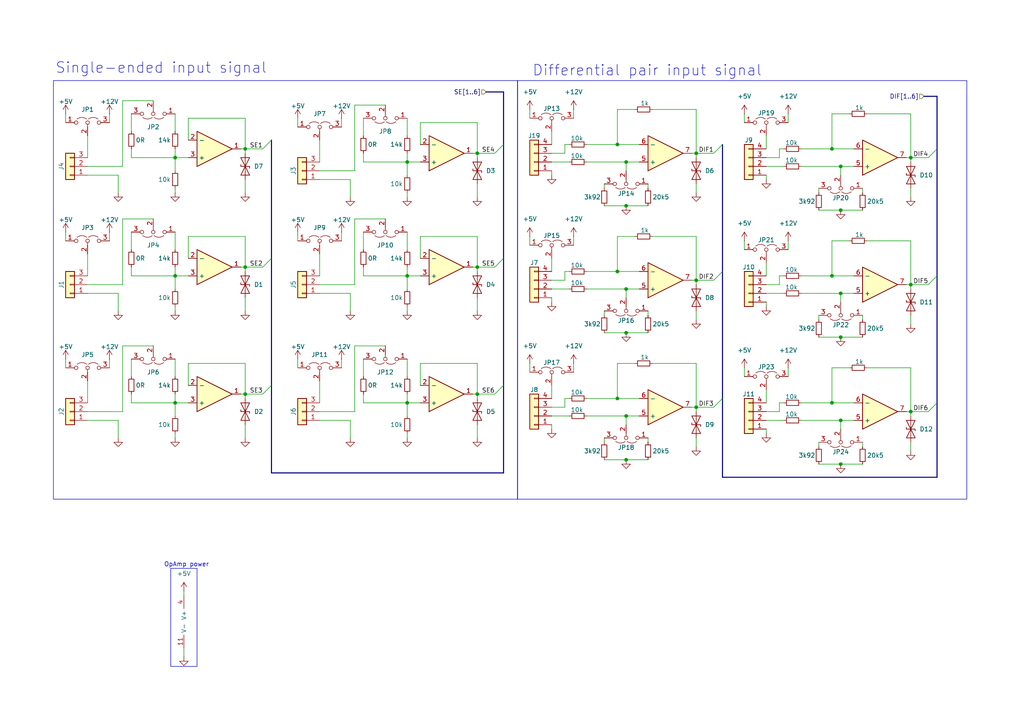
<source format=kicad_sch>
(kicad_sch (version 20250114) (generator "eeschema") (generator_version "9.0")
  (paper "A4")
  (title_block (title "Universal use measuring PCB") (rev "1") (company "Author: Kacper Pawlak"))
  (lib_symbols
    (symbol "Connector_Generic:Conn_01x03" (pin_names (offset 1.016) (hide yes))
      (property "Reference" "J" (at 0 5.08 0))
      (property "Value" "Conn_01x03" (at 0 -5.08 0))
      (symbol "Conn_01x03_1_1"
        (pin passive line (at -5.08 2.54 0) (length 3.81) (name "Pin_1") (number "1"))
        (pin passive line (at -5.08 0 0) (length 3.81) (name "Pin_2") (number "2"))
        (pin passive line (at -5.08 -2.54 0) (length 3.81) (name "Pin_3") (number "3"))
      )
    )
    (symbol "Connector_Generic:Conn_01x04" (pin_names (offset 1.016) (hide yes))
      (property "Reference" "J" (at 0 5.08 0))
      (property "Value" "Conn_01x04" (at 0 -7.62 0))
      (symbol "Conn_01x04_1_1"
        (pin passive line (at -5.08 2.54 0) (length 3.81) (name "Pin_1") (number "1"))
        (pin passive line (at -5.08 0 0) (length 3.81) (name "Pin_2") (number "2"))
        (pin passive line (at -5.08 -2.54 0) (length 3.81) (name "Pin_3") (number "3"))
        (pin passive line (at -5.08 -5.08 0) (length 3.81) (name "Pin_4") (number "4"))
      )
    )
    (symbol "Device:Opamp_Quad"
      (property "Reference" "U" (at 0 5.08 0))
      (property "Value" "Opamp_Quad" (at 0 -5.08 0))
      (symbol "Opamp_Quad_1_1"
        (pin input line (at -7.62 2.54 0) (length 2.54) (name "+") (number "3"))
        (pin input line (at -7.62 -2.54 0) (length 2.54) (name "-") (number "2"))
        (pin output line (at 7.62 0 180) (length 2.54) (name "~") (number "1"))
      )
      (symbol "Opamp_Quad_2_1"
        (pin input line (at -7.62 2.54 0) (length 2.54) (name "+") (number "5"))
        (pin input line (at -7.62 -2.54 0) (length 2.54) (name "-") (number "6"))
        (pin output line (at 7.62 0 180) (length 2.54) (name "~") (number "7"))
      )
      (symbol "Opamp_Quad_3_1"
        (pin input line (at -7.62 2.54 0) (length 2.54) (name "+") (number "10"))
        (pin input line (at -7.62 -2.54 0) (length 2.54) (name "-") (number "9"))
        (pin output line (at 7.62 0 180) (length 2.54) (name "~") (number "8"))
      )
      (symbol "Opamp_Quad_4_1"
        (pin input line (at -7.62 2.54 0) (length 2.54) (name "+") (number "12"))
        (pin input line (at -7.62 -2.54 0) (length 2.54) (name "-") (number "13"))
        (pin output line (at 7.62 0 180) (length 2.54) (name "~") (number "14"))
      )
      (symbol "Opamp_Quad_5_1"
        (pin power_in line (at -2.54 7.62 270) (length 3.81) (name "V+") (number "4"))
        (pin power_in line (at -2.54 -7.62 90) (length 3.81) (name "V-") (number "11"))
      )
    )
    (symbol "Device:R_Small" (pin_numbers (hide yes)) (pin_names (offset 0.254) (hide yes))
      (property "Reference" "R" (at 0 0 90))
      (property "Value" "R_Small" (at 1.778 0 90))
      (symbol "R_Small_1_1"
        (pin passive line (at 0 2.54 270) (length 0.762) (name "~") (number "1"))
        (pin passive line (at 0 -2.54 90) (length 0.762) (name "~") (number "2"))
      )
    )
    (symbol "Diode:ESD9B5.0ST5G" (pin_numbers (hide yes)) (pin_names (offset 1.016) (hide yes))
      (property "Reference" "D" (at 0 2.54 0))
      (property "Value" "ESD9B5.0ST5G" (at 0 -2.54 0))
      (symbol "ESD9B5.0ST5G_1_1"
        (pin passive line (at -3.81 0 0) (length 2.54) (name "A1") (number "1"))
        (pin passive line (at 3.81 0 180) (length 2.54) (name "A2") (number "2"))
      )
    )
    (symbol "Jumper:Jumper_3_Open" (pin_names (offset 0) (hide yes)) (in_bom no)
      (property "Reference" "JP" (at -2.54 -2.54 0))
      (property "Value" "Jumper_3_Open" (at 0 2.794 0))
      (symbol "Jumper_3_Open_1_1"
        (pin passive line (at -6.35 0 0) (length 2.54) (name "A") (number "1"))
        (pin passive line (at 0 -3.81 90) (length 2.54) (name "C") (number "2"))
        (pin passive line (at 6.35 0 180) (length 2.54) (name "B") (number "3"))
      )
    )
    (symbol "power:+12V" (power) (pin_numbers (hide yes)) (pin_names (offset 0) (hide yes))
      (property "Value" "+12V" (at 0 3.556 0))
      (symbol "+12V_1_1"
        (pin power_in line (at 0 0 90) (length 0) (name "~") (number "1"))
      )
    )
    (symbol "power:+5V" (power) (pin_numbers (hide yes)) (pin_names (offset 0) (hide yes))
      (property "Value" "+5V" (at 0 3.556 0))
      (symbol "+5V_1_1"
        (pin power_in line (at 0 0 90) (length 0) (name "~") (number "1"))
      )
    )
    (symbol "power:GND" (power) (pin_numbers (hide yes)) (pin_names (offset 0) (hide yes))
      (property "Value" "GND" (at 0 -3.81 0))
      (symbol "GND_1_1"
        (pin power_in line (at 0 0 270) (length 0) (name "~") (number "1"))
      )
    )
  )
  (rectangle (start 49.53 164.846) (end 57.15 193.294))
  (rectangle (start 15.494 23.368) (end 150.114 144.78))
  (rectangle (start 150.114 23.368) (end 280.416 144.78))
  (text "Single-ended input signal" (at 46.736 19.812 0) (effects (font (size 3.048 3.048))))
  (text "Differential pair input signal" (at 187.706 20.574 0) (effects (font (size 3.048 3.048))))
  (text "OpAmp power" (at 54.102 163.83 0) (effects (font (size 1.27 1.27))))
  (junction (at 118.11 116.84))
  (junction (at 138.43 114.3))
  (junction (at 264.16 82.55))
  (junction (at 138.43 77.47))
  (junction (at 118.11 80.01))
  (junction (at 179.07 41.91))
  (junction (at 243.84 97.79))
  (junction (at 118.11 46.99))
  (junction (at 243.84 121.92))
  (junction (at 201.93 81.28))
  (junction (at 201.93 118.11))
  (junction (at 179.07 78.74))
  (junction (at 264.16 119.38))
  (junction (at 243.84 134.62))
  (junction (at 50.8 116.84))
  (junction (at 50.8 80.01))
  (junction (at 181.61 46.99))
  (junction (at 201.93 44.45))
  (junction (at 241.3 80.01))
  (junction (at 71.12 114.3))
  (junction (at 241.3 43.18))
  (junction (at 181.61 83.82))
  (junction (at 181.61 59.69))
  (junction (at 264.16 45.72))
  (junction (at 243.84 60.96))
  (junction (at 138.43 44.45))
  (junction (at 181.61 120.65))
  (junction (at 181.61 133.35))
  (junction (at 241.3 116.84))
  (junction (at 243.84 85.09))
  (junction (at 71.12 77.47))
  (junction (at 243.84 48.26))
  (junction (at 179.07 115.57))
  (junction (at 71.12 43.18))
  (junction (at 181.61 96.52))
  (junction (at 50.8 45.72))
  (bus_entry (at 207.01 118.11) (size 2.54 -2.54))
  (bus_entry (at 76.2 43.18) (size 2.54 -2.54))
  (bus_entry (at 143.51 114.3) (size 2.54 -2.54))
  (bus_entry (at 143.51 44.45) (size 2.54 -2.54))
  (bus_entry (at 269.24 82.55) (size 2.54 -2.54))
  (bus_entry (at 76.2 77.47) (size 2.54 -2.54))
  (bus_entry (at 143.51 77.47) (size 2.54 -2.54))
  (bus_entry (at 207.01 44.45) (size 2.54 -2.54))
  (bus_entry (at 207.01 81.28) (size 2.54 -2.54))
  (bus_entry (at 269.24 45.72) (size 2.54 -2.54))
  (bus_entry (at 76.2 114.3) (size 2.54 -2.54))
  (bus_entry (at 269.24 119.38) (size 2.54 -2.54))
  (wire (pts (xy 71.12 115.57) (xy 71.12 114.3)))
  (wire (pts (xy 243.84 48.26) (xy 243.84 50.8)))
  (wire (pts (xy 105.41 116.84) (xy 118.11 116.84)))
  (wire (pts (xy 170.18 120.65) (xy 181.61 120.65)))
  (wire (pts (xy 251.46 106.68) (xy 264.16 106.68)))
  (wire (pts (xy 71.12 44.45) (xy 71.12 43.18)))
  (wire (pts (xy 201.93 68.58) (xy 201.93 81.28)))
  (wire (pts (xy 137.16 114.3) (xy 138.43 114.3)))
  (wire (pts (xy 264.16 82.55) (xy 264.16 83.82)))
  (wire (pts (xy 35.56 119.38) (xy 35.56 100.33)))
  (wire (pts (xy 118.11 114.3) (xy 118.11 116.84)))
  (wire (pts (xy 160.02 50.8) (xy 160.02 49.53)))
  (wire (pts (xy 264.16 54.61) (xy 264.16 57.15)))
  (wire (pts (xy 102.87 30.48) (xy 111.76 30.48)))
  (bus (pts (xy 146.05 137.16) (xy 78.74 137.16)))
  (wire (pts (xy 101.6 90.17) (xy 101.6 85.09)))
  (wire (pts (xy 160.02 120.65) (xy 165.1 120.65)))
  (wire (pts (xy 118.11 77.47) (xy 118.11 80.01)))
  (wire (pts (xy 69.85 43.18) (xy 71.12 43.18)))
  (wire (pts (xy 264.16 69.85) (xy 264.16 82.55)))
  (wire (pts (xy 181.61 46.99) (xy 181.61 49.53)))
  (wire (pts (xy 86.36 67.31) (xy 86.36 69.85)))
  (wire (pts (xy 201.93 127) (xy 201.93 129.54)))
  (wire (pts (xy 38.1 67.31) (xy 38.1 72.39)))
  (wire (pts (xy 92.71 49.53) (xy 102.87 49.53)))
  (bus (pts (xy 271.78 80.01) (xy 271.78 116.84)))
  (wire (pts (xy 138.43 77.47) (xy 143.51 77.47)))
  (wire (pts (xy 181.61 133.35) (xy 187.96 133.35)))
  (wire (pts (xy 175.26 133.35) (xy 181.61 133.35)))
  (wire (pts (xy 53.34 187.96) (xy 53.34 190.5)))
  (wire (pts (xy 179.07 105.41) (xy 179.07 115.57)))
  (wire (pts (xy 160.02 46.99) (xy 165.1 46.99)))
  (wire (pts (xy 118.11 116.84) (xy 118.11 120.65)))
  (wire (pts (xy 163.83 78.74) (xy 163.83 81.28)))
  (wire (pts (xy 118.11 34.29) (xy 118.11 39.37)))
  (wire (pts (xy 101.6 85.09) (xy 92.71 85.09)))
  (wire (pts (xy 241.3 69.85) (xy 241.3 80.01)))
  (wire (pts (xy 250.19 91.44) (xy 250.19 92.71)))
  (wire (pts (xy 54.61 68.58) (xy 71.12 68.58)))
  (wire (pts (xy 138.43 68.58) (xy 138.43 77.47)))
  (wire (pts (xy 179.07 68.58) (xy 184.15 68.58)))
  (wire (pts (xy 102.87 100.33) (xy 111.76 100.33)))
  (wire (pts (xy 222.25 52.07) (xy 222.25 50.8)))
  (wire (pts (xy 232.41 43.18) (xy 241.3 43.18)))
  (wire (pts (xy 163.83 118.11) (xy 160.02 118.11)))
  (wire (pts (xy 69.85 77.47) (xy 71.12 77.47)))
  (wire (pts (xy 160.02 38.1) (xy 160.02 41.91)))
  (wire (pts (xy 160.02 74.93) (xy 160.02 78.74)))
  (wire (pts (xy 86.36 104.14) (xy 86.36 106.68)))
  (wire (pts (xy 264.16 119.38) (xy 264.16 120.65)))
  (wire (pts (xy 19.05 67.31) (xy 19.05 69.85)))
  (wire (pts (xy 237.49 97.79) (xy 243.84 97.79)))
  (wire (pts (xy 187.96 90.17) (xy 187.96 91.44)))
  (wire (pts (xy 222.25 39.37) (xy 222.25 43.18)))
  (wire (pts (xy 243.84 85.09) (xy 247.65 85.09)))
  (wire (pts (xy 241.3 106.68) (xy 241.3 116.84)))
  (wire (pts (xy 226.06 82.55) (xy 222.25 82.55)))
  (wire (pts (xy 262.89 119.38) (xy 264.16 119.38)))
  (wire (pts (xy 19.05 104.14) (xy 19.05 106.68)))
  (wire (pts (xy 179.07 41.91) (xy 185.42 41.91)))
  (wire (pts (xy 31.75 35.56) (xy 31.75 33.02)))
  (wire (pts (xy 138.43 123.19) (xy 138.43 127)))
  (wire (pts (xy 264.16 33.02) (xy 264.16 45.72)))
  (wire (pts (xy 50.8 125.73) (xy 50.8 127)))
  (wire (pts (xy 237.49 134.62) (xy 243.84 134.62)))
  (wire (pts (xy 92.71 73.66) (xy 92.71 80.01)))
  (wire (pts (xy 181.61 83.82) (xy 181.61 86.36)))
  (wire (pts (xy 226.06 43.18) (xy 226.06 45.72)))
  (wire (pts (xy 243.84 60.96) (xy 250.19 60.96)))
  (wire (pts (xy 38.1 116.84) (xy 50.8 116.84)))
  (wire (pts (xy 54.61 74.93) (xy 54.61 68.58)))
  (wire (pts (xy 170.18 41.91) (xy 179.07 41.91)))
  (wire (pts (xy 222.25 48.26) (xy 227.33 48.26)))
  (wire (pts (xy 99.06 69.85) (xy 99.06 67.31)))
  (wire (pts (xy 118.11 125.73) (xy 118.11 127)))
  (wire (pts (xy 232.41 80.01) (xy 241.3 80.01)))
  (wire (pts (xy 35.56 82.55) (xy 35.56 63.5)))
  (wire (pts (xy 166.37 31.75) (xy 166.37 34.29)))
  (bus (pts (xy 267.97 27.94) (xy 271.78 27.94)))
  (wire (pts (xy 226.06 119.38) (xy 222.25 119.38)))
  (wire (pts (xy 163.83 115.57) (xy 165.1 115.57)))
  (wire (pts (xy 170.18 83.82) (xy 181.61 83.82)))
  (wire (pts (xy 25.4 119.38) (xy 35.56 119.38)))
  (wire (pts (xy 243.84 97.79) (xy 250.19 97.79)))
  (wire (pts (xy 160.02 87.63) (xy 160.02 86.36)))
  (bus (pts (xy 78.74 111.76) (xy 78.74 137.16)))
  (wire (pts (xy 35.56 63.5) (xy 44.45 63.5)))
  (wire (pts (xy 262.89 45.72) (xy 264.16 45.72)))
  (wire (pts (xy 264.16 45.72) (xy 264.16 46.99)))
  (wire (pts (xy 101.6 121.92) (xy 92.71 121.92)))
  (wire (pts (xy 138.43 44.45) (xy 143.51 44.45)))
  (wire (pts (xy 38.1 77.47) (xy 38.1 80.01)))
  (wire (pts (xy 201.93 118.11) (xy 207.01 118.11)))
  (wire (pts (xy 102.87 82.55) (xy 102.87 63.5)))
  (wire (pts (xy 138.43 115.57) (xy 138.43 114.3)))
  (wire (pts (xy 187.96 127) (xy 187.96 128.27)))
  (wire (pts (xy 241.3 33.02) (xy 241.3 43.18)))
  (wire (pts (xy 243.84 48.26) (xy 247.65 48.26)))
  (wire (pts (xy 264.16 45.72) (xy 269.24 45.72)))
  (bus (pts (xy 271.78 138.43) (xy 209.55 138.43)))
  (wire (pts (xy 54.61 111.76) (xy 54.61 105.41)))
  (wire (pts (xy 34.29 121.92) (xy 25.4 121.92)))
  (wire (pts (xy 71.12 105.41) (xy 71.12 114.3)))
  (wire (pts (xy 222.25 113.03) (xy 222.25 116.84)))
  (wire (pts (xy 237.49 91.44) (xy 237.49 92.71)))
  (wire (pts (xy 102.87 49.53) (xy 102.87 30.48)))
  (wire (pts (xy 201.93 44.45) (xy 207.01 44.45)))
  (wire (pts (xy 215.9 33.02) (xy 215.9 35.56)))
  (wire (pts (xy 50.8 33.02) (xy 50.8 38.1)))
  (wire (pts (xy 35.56 48.26) (xy 35.56 29.21)))
  (wire (pts (xy 102.87 119.38) (xy 102.87 100.33)))
  (wire (pts (xy 264.16 82.55) (xy 269.24 82.55)))
  (wire (pts (xy 181.61 83.82) (xy 185.42 83.82)))
  (wire (pts (xy 121.92 111.76) (xy 121.92 105.41)))
  (wire (pts (xy 71.12 78.74) (xy 71.12 77.47)))
  (wire (pts (xy 237.49 60.96) (xy 243.84 60.96)))
  (wire (pts (xy 228.6 106.68) (xy 228.6 109.22)))
  (wire (pts (xy 200.66 44.45) (xy 201.93 44.45)))
  (wire (pts (xy 181.61 120.65) (xy 181.61 123.19)))
  (wire (pts (xy 179.07 31.75) (xy 179.07 41.91)))
  (wire (pts (xy 243.84 85.09) (xy 243.84 87.63)))
  (wire (pts (xy 170.18 78.74) (xy 179.07 78.74)))
  (wire (pts (xy 121.92 46.99) (xy 118.11 46.99)))
  (wire (pts (xy 138.43 53.34) (xy 138.43 57.15)))
  (wire (pts (xy 226.06 80.01) (xy 227.33 80.01)))
  (wire (pts (xy 31.75 69.85) (xy 31.75 67.31)))
  (wire (pts (xy 50.8 114.3) (xy 50.8 116.84)))
  (wire (pts (xy 71.12 123.19) (xy 71.12 127)))
  (wire (pts (xy 241.3 69.85) (xy 246.38 69.85)))
  (wire (pts (xy 241.3 116.84) (xy 247.65 116.84)))
  (wire (pts (xy 160.02 124.46) (xy 160.02 123.19)))
  (wire (pts (xy 92.71 110.49) (xy 92.71 116.84)))
  (wire (pts (xy 105.41 46.99) (xy 118.11 46.99)))
  (wire (pts (xy 264.16 128.27) (xy 264.16 130.81)))
  (wire (pts (xy 201.93 81.28) (xy 201.93 82.55)))
  (wire (pts (xy 53.34 171.45) (xy 53.34 172.72)))
  (bus (pts (xy 209.55 41.91) (xy 209.55 78.74)))
  (wire (pts (xy 121.92 68.58) (xy 138.43 68.58)))
  (wire (pts (xy 201.93 118.11) (xy 201.93 119.38)))
  (wire (pts (xy 201.93 31.75) (xy 201.93 44.45)))
  (wire (pts (xy 121.92 74.93) (xy 121.92 68.58)))
  (wire (pts (xy 226.06 116.84) (xy 226.06 119.38)))
  (wire (pts (xy 105.41 77.47) (xy 105.41 80.01)))
  (wire (pts (xy 71.12 114.3) (xy 76.2 114.3)))
  (wire (pts (xy 105.41 44.45) (xy 105.41 46.99)))
  (wire (pts (xy 222.25 88.9) (xy 222.25 87.63)))
  (wire (pts (xy 137.16 44.45) (xy 138.43 44.45)))
  (wire (pts (xy 118.11 55.88) (xy 118.11 57.15)))
  (wire (pts (xy 243.84 121.92) (xy 247.65 121.92)))
  (wire (pts (xy 38.1 45.72) (xy 50.8 45.72)))
  (wire (pts (xy 222.25 76.2) (xy 222.25 80.01)))
  (wire (pts (xy 99.06 106.68) (xy 99.06 104.14)))
  (wire (pts (xy 215.9 69.85) (xy 215.9 72.39)))
  (wire (pts (xy 34.29 50.8) (xy 25.4 50.8)))
  (bus (pts (xy 271.78 43.18) (xy 271.78 80.01)))
  (wire (pts (xy 50.8 77.47) (xy 50.8 80.01)))
  (wire (pts (xy 226.06 116.84) (xy 227.33 116.84)))
  (wire (pts (xy 19.05 33.02) (xy 19.05 35.56)))
  (wire (pts (xy 54.61 40.64) (xy 54.61 34.29)))
  (wire (pts (xy 50.8 80.01) (xy 50.8 83.82)))
  (wire (pts (xy 226.06 43.18) (xy 227.33 43.18)))
  (wire (pts (xy 232.41 116.84) (xy 241.3 116.84)))
  (wire (pts (xy 50.8 104.14) (xy 50.8 109.22)))
  (wire (pts (xy 50.8 43.18) (xy 50.8 45.72)))
  (wire (pts (xy 262.89 82.55) (xy 264.16 82.55)))
  (wire (pts (xy 163.83 41.91) (xy 163.83 44.45)))
  (wire (pts (xy 222.25 125.73) (xy 222.25 124.46)))
  (wire (pts (xy 54.61 80.01) (xy 50.8 80.01)))
  (wire (pts (xy 54.61 34.29) (xy 71.12 34.29)))
  (wire (pts (xy 71.12 34.29) (xy 71.12 43.18)))
  (wire (pts (xy 222.25 121.92) (xy 227.33 121.92)))
  (wire (pts (xy 153.67 31.75) (xy 153.67 34.29)))
  (wire (pts (xy 121.92 105.41) (xy 138.43 105.41)))
  (wire (pts (xy 163.83 41.91) (xy 165.1 41.91)))
  (wire (pts (xy 166.37 105.41) (xy 166.37 107.95)))
  (wire (pts (xy 200.66 81.28) (xy 201.93 81.28)))
  (wire (pts (xy 101.6 52.07) (xy 92.71 52.07)))
  (wire (pts (xy 105.41 104.14) (xy 105.41 109.22)))
  (wire (pts (xy 105.41 67.31) (xy 105.41 72.39)))
  (wire (pts (xy 189.23 68.58) (xy 201.93 68.58)))
  (wire (pts (xy 226.06 80.01) (xy 226.06 82.55)))
  (wire (pts (xy 232.41 85.09) (xy 243.84 85.09)))
  (wire (pts (xy 25.4 39.37) (xy 25.4 45.72)))
  (wire (pts (xy 121.92 41.91) (xy 121.92 35.56)))
  (bus (pts (xy 78.74 40.64) (xy 78.74 74.93)))
  (wire (pts (xy 69.85 114.3) (xy 71.12 114.3)))
  (wire (pts (xy 243.84 134.62) (xy 250.19 134.62)))
  (wire (pts (xy 179.07 68.58) (xy 179.07 78.74)))
  (wire (pts (xy 71.12 43.18) (xy 76.2 43.18)))
  (wire (pts (xy 86.36 34.29) (xy 86.36 36.83)))
  (wire (pts (xy 241.3 33.02) (xy 246.38 33.02)))
  (wire (pts (xy 201.93 105.41) (xy 201.93 118.11)))
  (wire (pts (xy 50.8 88.9) (xy 50.8 90.17)))
  (wire (pts (xy 25.4 73.66) (xy 25.4 80.01)))
  (wire (pts (xy 25.4 110.49) (xy 25.4 116.84)))
  (wire (pts (xy 201.93 81.28) (xy 207.01 81.28)))
  (wire (pts (xy 170.18 115.57) (xy 179.07 115.57)))
  (wire (pts (xy 71.12 77.47) (xy 76.2 77.47)))
  (wire (pts (xy 118.11 67.31) (xy 118.11 72.39)))
  (wire (pts (xy 189.23 105.41) (xy 201.93 105.41)))
  (wire (pts (xy 25.4 82.55) (xy 35.56 82.55)))
  (wire (pts (xy 50.8 67.31) (xy 50.8 72.39)))
  (wire (pts (xy 101.6 57.15) (xy 101.6 52.07)))
  (wire (pts (xy 50.8 54.61) (xy 50.8 55.88)))
  (wire (pts (xy 121.92 80.01) (xy 118.11 80.01)))
  (wire (pts (xy 34.29 127) (xy 34.29 121.92)))
  (wire (pts (xy 163.83 78.74) (xy 165.1 78.74)))
  (wire (pts (xy 118.11 80.01) (xy 118.11 83.82)))
  (wire (pts (xy 250.19 54.61) (xy 250.19 55.88)))
  (wire (pts (xy 34.29 55.88) (xy 34.29 50.8)))
  (wire (pts (xy 237.49 54.61) (xy 237.49 55.88)))
  (wire (pts (xy 34.29 85.09) (xy 25.4 85.09)))
  (wire (pts (xy 241.3 106.68) (xy 246.38 106.68)))
  (wire (pts (xy 118.11 46.99) (xy 118.11 50.8)))
  (wire (pts (xy 153.67 68.58) (xy 153.67 71.12)))
  (wire (pts (xy 138.43 86.36) (xy 138.43 90.17)))
  (wire (pts (xy 201.93 90.17) (xy 201.93 92.71)))
  (wire (pts (xy 181.61 59.69) (xy 187.96 59.69)))
  (bus (pts (xy 271.78 27.94) (xy 271.78 43.18)))
  (wire (pts (xy 241.3 80.01) (xy 247.65 80.01)))
  (wire (pts (xy 163.83 44.45) (xy 160.02 44.45)))
  (wire (pts (xy 201.93 53.34) (xy 201.93 55.88)))
  (bus (pts (xy 140.97 26.67) (xy 146.05 26.67)))
  (bus (pts (xy 78.74 74.93) (xy 78.74 111.76)))
  (bus (pts (xy 146.05 111.76) (xy 146.05 137.16)))
  (wire (pts (xy 160.02 83.82) (xy 165.1 83.82)))
  (wire (pts (xy 105.41 80.01) (xy 118.11 80.01)))
  (wire (pts (xy 170.18 46.99) (xy 181.61 46.99)))
  (wire (pts (xy 163.83 115.57) (xy 163.83 118.11)))
  (wire (pts (xy 237.49 128.27) (xy 237.49 129.54)))
  (wire (pts (xy 264.16 119.38) (xy 269.24 119.38)))
  (wire (pts (xy 232.41 48.26) (xy 243.84 48.26)))
  (wire (pts (xy 251.46 33.02) (xy 264.16 33.02)))
  (wire (pts (xy 215.9 106.68) (xy 215.9 109.22)))
  (wire (pts (xy 50.8 45.72) (xy 50.8 49.53)))
  (wire (pts (xy 38.1 104.14) (xy 38.1 109.22)))
  (wire (pts (xy 243.84 121.92) (xy 243.84 124.46)))
  (wire (pts (xy 175.26 127) (xy 175.26 128.27)))
  (wire (pts (xy 71.12 52.07) (xy 71.12 55.88)))
  (wire (pts (xy 92.71 40.64) (xy 92.71 46.99)))
  (wire (pts (xy 35.56 29.21) (xy 44.45 29.21)))
  (wire (pts (xy 118.11 104.14) (xy 118.11 109.22)))
  (wire (pts (xy 118.11 44.45) (xy 118.11 46.99)))
  (wire (pts (xy 181.61 46.99) (xy 185.42 46.99)))
  (wire (pts (xy 38.1 33.02) (xy 38.1 38.1)))
  (wire (pts (xy 138.43 78.74) (xy 138.43 77.47)))
  (wire (pts (xy 179.07 115.57) (xy 185.42 115.57)))
  (wire (pts (xy 264.16 91.44) (xy 264.16 93.98)))
  (bus (pts (xy 209.55 115.57) (xy 209.55 138.43)))
  (wire (pts (xy 35.56 100.33) (xy 44.45 100.33)))
  (wire (pts (xy 137.16 77.47) (xy 138.43 77.47)))
  (bus (pts (xy 271.78 116.84) (xy 271.78 138.43)))
  (wire (pts (xy 179.07 31.75) (xy 184.15 31.75)))
  (wire (pts (xy 160.02 111.76) (xy 160.02 115.57)))
  (wire (pts (xy 251.46 69.85) (xy 264.16 69.85)))
  (wire (pts (xy 71.12 68.58) (xy 71.12 77.47)))
  (wire (pts (xy 25.4 48.26) (xy 35.56 48.26)))
  (wire (pts (xy 92.71 119.38) (xy 102.87 119.38)))
  (wire (pts (xy 38.1 114.3) (xy 38.1 116.84)))
  (wire (pts (xy 138.43 105.41) (xy 138.43 114.3)))
  (wire (pts (xy 54.61 105.41) (xy 71.12 105.41)))
  (wire (pts (xy 179.07 105.41) (xy 184.15 105.41)))
  (wire (pts (xy 121.92 35.56) (xy 138.43 35.56)))
  (wire (pts (xy 163.83 81.28) (xy 160.02 81.28)))
  (wire (pts (xy 99.06 36.83) (xy 99.06 34.29)))
  (wire (pts (xy 105.41 34.29) (xy 105.41 39.37)))
  (bus (pts (xy 209.55 78.74) (xy 209.55 115.57)))
  (wire (pts (xy 264.16 106.68) (xy 264.16 119.38)))
  (wire (pts (xy 92.71 82.55) (xy 102.87 82.55)))
  (wire (pts (xy 118.11 88.9) (xy 118.11 90.17)))
  (wire (pts (xy 232.41 121.92) (xy 243.84 121.92)))
  (wire (pts (xy 222.25 85.09) (xy 227.33 85.09)))
  (wire (pts (xy 175.26 96.52) (xy 181.61 96.52)))
  (wire (pts (xy 226.06 45.72) (xy 222.25 45.72)))
  (wire (pts (xy 34.29 90.17) (xy 34.29 85.09)))
  (wire (pts (xy 102.87 63.5) (xy 111.76 63.5)))
  (wire (pts (xy 121.92 116.84) (xy 118.11 116.84)))
  (wire (pts (xy 200.66 118.11) (xy 201.93 118.11)))
  (wire (pts (xy 175.26 90.17) (xy 175.26 91.44)))
  (wire (pts (xy 50.8 116.84) (xy 50.8 120.65)))
  (wire (pts (xy 181.61 120.65) (xy 185.42 120.65)))
  (wire (pts (xy 250.19 128.27) (xy 250.19 129.54)))
  (wire (pts (xy 179.07 78.74) (xy 185.42 78.74)))
  (bus (pts (xy 146.05 41.91) (xy 146.05 74.93)))
  (wire (pts (xy 138.43 114.3) (xy 143.51 114.3)))
  (wire (pts (xy 241.3 43.18) (xy 247.65 43.18)))
  (wire (pts (xy 175.26 59.69) (xy 181.61 59.69)))
  (wire (pts (xy 201.93 44.45) (xy 201.93 45.72)))
  (bus (pts (xy 146.05 74.93) (xy 146.05 111.76)))
  (wire (pts (xy 153.67 105.41) (xy 153.67 107.95)))
  (wire (pts (xy 101.6 127) (xy 101.6 121.92)))
  (wire (pts (xy 166.37 68.58) (xy 166.37 71.12)))
  (wire (pts (xy 38.1 80.01) (xy 50.8 80.01)))
  (wire (pts (xy 181.61 96.52) (xy 187.96 96.52)))
  (wire (pts (xy 187.96 53.34) (xy 187.96 54.61)))
  (wire (pts (xy 105.41 114.3) (xy 105.41 116.84)))
  (wire (pts (xy 189.23 31.75) (xy 201.93 31.75)))
  (wire (pts (xy 31.75 106.68) (xy 31.75 104.14)))
  (wire (pts (xy 38.1 43.18) (xy 38.1 45.72)))
  (wire (pts (xy 54.61 45.72) (xy 50.8 45.72)))
  (wire (pts (xy 71.12 86.36) (xy 71.12 90.17)))
  (bus (pts (xy 146.05 26.67) (xy 146.05 41.91)))
  (wire (pts (xy 138.43 35.56) (xy 138.43 44.45)))
  (wire (pts (xy 175.26 53.34) (xy 175.26 54.61)))
  (wire (pts (xy 138.43 45.72) (xy 138.43 44.45)))
  (wire (pts (xy 228.6 69.85) (xy 228.6 72.39)))
  (wire (pts (xy 228.6 33.02) (xy 228.6 35.56)))
  (wire (pts (xy 54.61 116.84) (xy 50.8 116.84)))
  (label "DIF2" (at 207.01 81.28 180))
  (label "DIF4" (at 269.24 45.72 180))
  (label "DIF1" (at 207.01 44.45 180))
  (label "SE5" (at 143.51 77.47 180))
  (label "DIF6" (at 269.24 119.38 180))
  (label "SE1" (at 76.2 43.18 180))
  (label "SE6" (at 143.51 114.3 180))
  (label "SE3" (at 76.2 114.3 180))
  (label "SE4" (at 143.51 44.45 180))
  (label "DIF3" (at 207.01 118.11 180))
  (label "SE2" (at 76.2 77.47 180))
  (label "DIF5" (at 269.24 82.55 180))
  (hierarchical_label "DIF[1..6]" (shape input) (at 267.97 27.94 180))
  (hierarchical_label "SE[1..6]" (shape input) (at 140.97 26.67 180))
  (symbol (lib_id "power:+5V") (at 53.34 171.45 0) (unit 1)
    (property "Reference" "#PWR034" (effects (hide yes)))
    (property "Value" "+5V" (at 53.34 166.37 0))
    (property "Description" "Power symbol creates a global label with name \"+5V\"" (effects (hide yes)))
  )
  (symbol (lib_id "Jumper:Jumper_3_Open") (at 222.25 35.56 0) (unit 1) (in_bom no)
    (property "Reference" "JP19" (at 222.25 32.766 0))
    (property "Value" "Jumper_3_Open" (effects (hide yes)))
    (property "Description" "Jumper, 3-pole, both open" (effects (hide yes)))
  )
  (symbol (lib_id "Device:R_Small") (at 38.1 74.93 0) (unit 1)
    (property "Reference" "R1" (effects (hide yes)))
    (property "Value" "0R" (at 39.37 74.93 0) (effects (justify left)))
    (property "Footprint" "Resistor_SMD:R_0603_1608Metric_Pad0.98x0.95mm_HandSolder" (effects (hide yes)))
    (property "Description" "Resistor, small symbol" (effects (hide yes)))
  )
  (symbol (lib_id "Device:Opamp_Quad") (at 62.23 43.18 0) (mirror x) (unit 1)
    (property "Reference" "U9" (effects (hide yes)))
    (property "Value" "Opamp_Quad" (effects (hide yes)))
    (property "Description" "Quad operational amplifier" (effects (hide yes)))
    (property "Sim.Library" "${KICAD9_SYMBOL_DIR}/Simulation_SPICE.sp" (effects (hide yes)))
    (property "Sim.Name" "kicad_builtin_opamp_quad" (effects (hide yes)))
    (property "Sim.Device" "SUBCKT" (effects (hide yes)))
    (property "Sim.Pins" "1=out1 2=in1- 3=in1+ 4=vcc 5=in2+ 6=in2- 7=out2 8=out3 9=in3- 10=in3+ 11=vee 12=in4+ 13=in4- 14=out4" (effects (hide yes)))
  )
  (symbol (lib_id "Connector_Generic:Conn_01x04") (at 217.17 121.92 180) (unit 1)
    (property "Reference" "J11" (at 217.17 114.3 0))
    (property "Value" "Conn_01x04" (effects (hide yes)))
    (property "Description" "Generic connector, single row, 01x04, script generated (kicad-library-utils/schlib/autogen/connector/)" (effects (hide yes)))
  )
  (symbol (lib_id "Device:R_Small") (at 248.92 69.85 90) (unit 1)
    (property "Reference" "R52" (effects (hide yes)))
    (property "Value" "1k" (at 250.444 68.072 90) (effects (justify left)))
    (property "Footprint" "Resistor_SMD:R_0603_1608Metric_Pad0.98x0.95mm_HandSolder" (effects (hide yes)))
    (property "Description" "Resistor, small symbol" (effects (hide yes)))
  )
  (symbol (lib_id "Device:R_Small") (at 250.19 95.25 0) (unit 1)
    (property "Reference" "R53" (effects (hide yes)))
    (property "Value" "20k5" (at 251.46 95.25 0) (effects (justify left)))
    (property "Footprint" "Resistor_SMD:R_0603_1608Metric_Pad0.98x0.95mm_HandSolder" (effects (hide yes)))
    (property "Description" "Resistor, small symbol" (effects (hide yes)))
  )
  (symbol (lib_id "Device:R_Small") (at 186.69 105.41 90) (unit 1)
    (property "Reference" "R39" (effects (hide yes)))
    (property "Value" "1k" (at 188.214 103.632 90) (effects (justify left)))
    (property "Footprint" "Resistor_SMD:R_0603_1608Metric_Pad0.98x0.95mm_HandSolder" (effects (hide yes)))
    (property "Description" "Resistor, small symbol" (effects (hide yes)))
  )
  (symbol (lib_id "Connector_Generic:Conn_01x04") (at 154.94 83.82 180) (unit 1)
    (property "Reference" "J7" (at 154.94 76.2 0))
    (property "Value" "Conn_01x04" (effects (hide yes)))
    (property "Description" "Generic connector, single row, 01x04, script generated (kicad-library-utils/schlib/autogen/connector/)" (effects (hide yes)))
  )
  (symbol (lib_id "Device:Opamp_Quad") (at 255.27 82.55 0) (mirror x) (unit 2)
    (property "Reference" "U4" (effects (hide yes)))
    (property "Value" "Opamp_Quad" (effects (hide yes)))
    (property "Description" "Quad operational amplifier" (effects (hide yes)))
    (property "Sim.Library" "${KICAD9_SYMBOL_DIR}/Simulation_SPICE.sp" (effects (hide yes)))
    (property "Sim.Name" "kicad_builtin_opamp_quad" (effects (hide yes)))
    (property "Sim.Device" "SUBCKT" (effects (hide yes)))
    (property "Sim.Pins" "1=out1 2=in1- 3=in1+ 4=vcc 5=in2+ 6=in2- 7=out2 8=out3 9=in3- 10=in3+ 11=vee 12=in4+ 13=in4- 14=out4" (effects (hide yes)))
  )
  (symbol (lib_id "power:GND") (at 34.29 127 0) (unit 1)
    (property "Reference" "#PWR08" (effects (hide yes)))
    (property "Value" "GND" (effects (hide yes)))
    (property "Description" "Power symbol creates a global label with name \"GND\" , ground" (effects (hide yes)))
  )
  (symbol (lib_id "Device:R_Small") (at 175.26 57.15 180) (unit 1)
    (property "Reference" "R29" (effects (hide yes)))
    (property "Value" "3k92" (at 174.244 57.15 0) (effects (justify left)))
    (property "Footprint" "Resistor_SMD:R_0603_1608Metric_Pad0.98x0.95mm_HandSolder" (effects (hide yes)))
    (property "Description" "Resistor, small symbol" (effects (hide yes)))
  )
  (symbol (lib_id "power:GND") (at 53.34 190.5 0) (unit 1)
    (property "Reference" "#PWR035" (effects (hide yes)))
    (property "Value" "GND" (effects (hide yes)))
    (property "Description" "Power symbol creates a global label with name \"GND\" , ground" (effects (hide yes)))
  )
  (symbol (lib_id "Device:Opamp_Quad") (at 129.54 77.47 0) (mirror x) (unit 1)
    (property "Reference" "U4" (effects (hide yes)))
    (property "Value" "Opamp_Quad" (effects (hide yes)))
    (property "Description" "Quad operational amplifier" (effects (hide yes)))
    (property "Sim.Library" "${KICAD9_SYMBOL_DIR}/Simulation_SPICE.sp" (effects (hide yes)))
    (property "Sim.Name" "kicad_builtin_opamp_quad" (effects (hide yes)))
    (property "Sim.Device" "SUBCKT" (effects (hide yes)))
    (property "Sim.Pins" "1=out1 2=in1- 3=in1+ 4=vcc 5=in2+ 6=in2- 7=out2 8=out3 9=in3- 10=in3+ 11=vee 12=in4+ 13=in4- 14=out4" (effects (hide yes)))
  )
  (symbol (lib_id "power:GND") (at 101.6 57.15 0) (unit 1)
    (property "Reference" "#PWR021" (effects (hide yes)))
    (property "Value" "GND" (effects (hide yes)))
    (property "Description" "Power symbol creates a global label with name \"GND\" , ground" (effects (hide yes)))
  )
  (symbol (lib_id "power:GND") (at 264.16 57.15 0) (unit 1)
    (property "Reference" "#PWR063" (effects (hide yes)))
    (property "Value" "GND" (effects (hide yes)))
    (property "Description" "Power symbol creates a global label with name \"GND\" , ground" (effects (hide yes)))
  )
  (symbol (lib_id "power:+5V") (at 19.05 67.31 0) (unit 1)
    (property "Reference" "#PWR03" (effects (hide yes)))
    (property "Value" "+5V" (at 19.05 63.754 0))
    (property "Description" "Power symbol creates a global label with name \"+5V\"" (effects (hide yes)))
  )
  (symbol (lib_id "power:GND") (at 101.6 127 0) (unit 1)
    (property "Reference" "#PWR031" (effects (hide yes)))
    (property "Value" "GND" (effects (hide yes)))
    (property "Description" "Power symbol creates a global label with name \"GND\" , ground" (effects (hide yes)))
  )
  (symbol (lib_id "power:GND") (at 243.84 60.96 0) (unit 1)
    (property "Reference" "#PWR060" (effects (hide yes)))
    (property "Value" "GND" (effects (hide yes)))
    (property "Description" "Power symbol creates a global label with name \"GND\" , ground" (effects (hide yes)))
  )
  (symbol (lib_id "Device:R_Small") (at 186.69 31.75 90) (unit 1)
    (property "Reference" "R32" (effects (hide yes)))
    (property "Value" "1k" (at 188.214 29.972 90) (effects (justify left)))
    (property "Footprint" "Resistor_SMD:R_0603_1608Metric_Pad0.98x0.95mm_HandSolder" (effects (hide yes)))
    (property "Description" "Resistor, small symbol" (effects (hide yes)))
  )
  (symbol (lib_id "Device:R_Small") (at 167.64 46.99 90) (unit 1)
    (property "Reference" "R28" (effects (hide yes)))
    (property "Value" "10k" (at 169.164 45.212 90) (effects (justify left)))
    (property "Footprint" "Resistor_SMD:R_0603_1608Metric_Pad0.98x0.95mm_HandSolder" (effects (hide yes)))
    (property "Description" "Resistor, small symbol" (effects (hide yes)))
  )
  (symbol (lib_id "power:+5V") (at 86.36 104.14 0) (unit 1)
    (property "Reference" "#PWR029" (effects (hide yes)))
    (property "Value" "+5V" (at 86.36 100.584 0))
    (property "Description" "Power symbol creates a global label with name \"+5V\"" (effects (hide yes)))
  )
  (symbol (lib_id "Jumper:Jumper_3_Open") (at 25.4 35.56 0) (unit 1) (in_bom no)
    (property "Reference" "JP1" (at 25.4 31.75 0))
    (property "Value" "Jumper_3_Open" (effects (hide yes)))
    (property "Description" "Jumper, 3-pole, both open" (effects (hide yes)))
  )
  (symbol (lib_id "Device:R_Small") (at 248.92 33.02 90) (unit 1)
    (property "Reference" "R50" (effects (hide yes)))
    (property "Value" "1k" (at 250.444 31.242 90) (effects (justify left)))
    (property "Footprint" "Resistor_SMD:R_0603_1608Metric_Pad0.98x0.95mm_HandSolder" (effects (hide yes)))
    (property "Description" "Resistor, small symbol" (effects (hide yes)))
  )
  (symbol (lib_id "Jumper:Jumper_3_Open") (at 44.45 33.02 180) (unit 1) (in_bom no)
    (property "Reference" "JP2" (at 44.45 36.83 0))
    (property "Value" "Jumper_3_Open" (effects (hide yes)))
    (property "Description" "Jumper, 3-pole, both open" (effects (hide yes)))
  )
  (symbol (lib_id "Jumper:Jumper_3_Open") (at 111.76 67.31 180) (unit 1) (in_bom no)
    (property "Reference" "JP10" (at 111.76 71.12 0))
    (property "Value" "Jumper_3_Open" (effects (hide yes)))
    (property "Description" "Jumper, 3-pole, both open" (effects (hide yes)))
  )
  (symbol (lib_id "Device:Opamp_Quad") (at 255.27 45.72 0) (mirror x) (unit 2)
    (property "Reference" "U3" (effects (hide yes)))
    (property "Value" "Opamp_Quad" (effects (hide yes)))
    (property "Description" "Quad operational amplifier" (effects (hide yes)))
    (property "Sim.Library" "${KICAD9_SYMBOL_DIR}/Simulation_SPICE.sp" (effects (hide yes)))
    (property "Sim.Name" "kicad_builtin_opamp_quad" (effects (hide yes)))
    (property "Sim.Device" "SUBCKT" (effects (hide yes)))
    (property "Sim.Pins" "1=out1 2=in1- 3=in1+ 4=vcc 5=in2+ 6=in2- 7=out2 8=out3 9=in3- 10=in3+ 11=vee 12=in4+ 13=in4- 14=out4" (effects (hide yes)))
  )
  (symbol (lib_id "power:+12V") (at 31.75 67.31 0) (unit 1)
    (property "Reference" "#PWR04" (effects (hide yes)))
    (property "Value" "+12V" (at 31.75 63.754 0))
    (property "Description" "Power symbol creates a global label with name \"+12V\"" (effects (hide yes)))
  )
  (symbol (lib_id "power:GND") (at 71.12 90.17 0) (unit 1)
    (property "Reference" "#PWR085" (effects (hide yes)))
    (property "Value" "GND" (effects (hide yes)))
    (property "Description" "Power symbol creates a global label with name \"GND\" , ground" (effects (hide yes)))
  )
  (symbol (lib_id "Jumper:Jumper_3_Open") (at 92.71 36.83 0) (unit 1) (in_bom no)
    (property "Reference" "JP7" (at 92.71 33.02 0))
    (property "Value" "Jumper_3_Open" (effects (hide yes)))
    (property "Description" "Jumper, 3-pole, both open" (effects (hide yes)))
  )
  (symbol (lib_id "power:+12V") (at 228.6 33.02 0) (unit 1)
    (property "Reference" "#PWR057" (effects (hide yes)))
    (property "Value" "+12V" (at 228.6 27.94 0))
    (property "Description" "Power symbol creates a global label with name \"+12V\"" (effects (hide yes)))
  )
  (symbol (lib_id "power:+12V") (at 31.75 33.02 0) (unit 1)
    (property "Reference" "#PWR011" (effects (hide yes)))
    (property "Value" "+12V" (at 31.75 29.464 0))
    (property "Description" "Power symbol creates a global label with name \"+12V\"" (effects (hide yes)))
  )
  (symbol (lib_id "Diode:ESD9B5.0ST5G") (at 264.16 50.8 90) (unit 1)
    (property "Reference" "D10" (at 266.7 50.7999 90) (effects (justify right)))
    (property "Value" "ESD9B5.0ST5G" (effects (hide yes)))
    (property "Footprint" "Diode_SMD:D_SOD-923" (effects (hide yes)))
    (property "Datasheet" "https://www.onsemi.com/pub/Collateral/ESD9B-D.PDF" (effects (hide yes)))
    (property "Description" "ESD protection diode, 5.0Vrwm, SOD-923" (effects (hide yes)))
  )
  (symbol (lib_id "power:GND") (at 118.11 57.15 0) (unit 1)
    (property "Reference" "#PWR022" (effects (hide yes)))
    (property "Value" "GND" (effects (hide yes)))
    (property "Description" "Power symbol creates a global label with name \"GND\" , ground" (effects (hide yes)))
  )
  (symbol (lib_id "Device:R_Small") (at 118.11 41.91 180) (unit 1)
    (property "Reference" "R16" (effects (hide yes)))
    (property "Value" "14k" (at 116.84 41.91 0) (effects (justify left)))
    (property "Footprint" "Resistor_SMD:R_0603_1608Metric_Pad0.98x0.95mm_HandSolder" (effects (hide yes)))
    (property "Description" "Resistor, small symbol" (effects (hide yes)))
  )
  (symbol (lib_id "power:+5V") (at 215.9 69.85 0) (unit 1)
    (property "Reference" "#PWR051" (effects (hide yes)))
    (property "Value" "+5V" (at 215.9 64.77 0))
    (property "Description" "Power symbol creates a global label with name \"+5V\"" (effects (hide yes)))
  )
  (symbol (lib_id "power:+5V") (at 19.05 33.02 0) (unit 1)
    (property "Reference" "#PWR010" (effects (hide yes)))
    (property "Value" "+5V" (at 19.05 29.464 0))
    (property "Description" "Power symbol creates a global label with name \"+5V\"" (effects (hide yes)))
  )
  (symbol (lib_id "Device:R_Small") (at 187.96 57.15 0) (unit 1)
    (property "Reference" "R30" (effects (hide yes)))
    (property "Value" "20k5" (at 189.23 57.15 0) (effects (justify left)))
    (property "Footprint" "Resistor_SMD:R_0603_1608Metric_Pad0.98x0.95mm_HandSolder" (effects (hide yes)))
    (property "Description" "Resistor, small symbol" (effects (hide yes)))
  )
  (symbol (lib_id "power:GND") (at 50.8 90.17 0) (unit 1)
    (property "Reference" "#PWR084" (effects (hide yes)))
    (property "Value" "GND" (effects (hide yes)))
    (property "Description" "Power symbol creates a global label with name \"GND\" , ground" (effects (hide yes)))
  )
  (symbol (lib_id "Connector_Generic:Conn_01x03") (at 87.63 82.55 180) (unit 1)
    (property "Reference" "J5" (at 85.09 82.55 90))
    (property "Value" "Conn_01x03" (effects (hide yes)))
    (property "Description" "Generic connector, single row, 01x03, script generated (kicad-library-utils/schlib/autogen/connector/)" (effects (hide yes)))
  )
  (symbol (lib_id "Device:R_Small") (at 248.92 106.68 90) (unit 1)
    (property "Reference" "R54" (effects (hide yes)))
    (property "Value" "1k" (at 250.444 104.902 90) (effects (justify left)))
    (property "Footprint" "Resistor_SMD:R_0603_1608Metric_Pad0.98x0.95mm_HandSolder" (effects (hide yes)))
    (property "Description" "Resistor, small symbol" (effects (hide yes)))
  )
  (symbol (lib_id "Device:R_Small") (at 105.41 41.91 0) (unit 1)
    (property "Reference" "R7" (effects (hide yes)))
    (property "Value" "0R" (at 106.68 41.91 0) (effects (justify left)))
    (property "Footprint" "Resistor_SMD:R_0603_1608Metric_Pad0.98x0.95mm_HandSolder" (effects (hide yes)))
    (property "Description" "Resistor, small symbol" (effects (hide yes)))
  )
  (symbol (lib_id "Device:Opamp_Quad") (at 193.04 81.28 0) (mirror x) (unit 2)
    (property "Reference" "U1" (effects (hide yes)))
    (property "Value" "Opamp_Quad" (effects (hide yes)))
    (property "Description" "Quad operational amplifier" (effects (hide yes)))
    (property "Sim.Library" "${KICAD9_SYMBOL_DIR}/Simulation_SPICE.sp" (effects (hide yes)))
    (property "Sim.Name" "kicad_builtin_opamp_quad" (effects (hide yes)))
    (property "Sim.Device" "SUBCKT" (effects (hide yes)))
    (property "Sim.Pins" "1=out1 2=in1- 3=in1+ 4=vcc 5=in2+ 6=in2- 7=out2 8=out3 9=in3- 10=in3+ 11=vee 12=in4+ 13=in4- 14=out4" (effects (hide yes)))
  )
  (symbol (lib_id "Diode:ESD9B5.0ST5G") (at 264.16 124.46 90) (unit 1)
    (property "Reference" "D12" (at 266.7 124.4599 90) (effects (justify right)))
    (property "Value" "ESD9B5.0ST5G" (effects (hide yes)))
    (property "Footprint" "Diode_SMD:D_SOD-923" (effects (hide yes)))
    (property "Datasheet" "https://www.onsemi.com/pub/Collateral/ESD9B-D.PDF" (effects (hide yes)))
    (property "Description" "ESD protection diode, 5.0Vrwm, SOD-923" (effects (hide yes)))
  )
  (symbol (lib_id "Connector_Generic:Conn_01x03") (at 20.32 82.55 180) (unit 1)
    (property "Reference" "J1" (at 17.78 82.55 90))
    (property "Value" "Conn_01x03" (effects (hide yes)))
    (property "Description" "Generic connector, single row, 01x03, script generated (kicad-library-utils/schlib/autogen/connector/)" (effects (hide yes)))
  )
  (symbol (lib_id "Device:Opamp_Quad") (at 55.88 180.34 0) (unit 5)
    (property "Reference" "U8" (effects (hide yes)))
    (property "Value" "Opamp_Quad" (effects (hide yes)))
    (property "Description" "Quad operational amplifier" (effects (hide yes)))
    (property "Sim.Library" "${KICAD9_SYMBOL_DIR}/Simulation_SPICE.sp" (effects (hide yes)))
    (property "Sim.Name" "kicad_builtin_opamp_quad" (effects (hide yes)))
    (property "Sim.Device" "SUBCKT" (effects (hide yes)))
    (property "Sim.Pins" "1=out1 2=in1- 3=in1+ 4=vcc 5=in2+ 6=in2- 7=out2 8=out3 9=in3- 10=in3+ 11=vee 12=in4+ 13=in4- 14=out4" (effects (hide yes)))
  )
  (symbol (lib_id "Device:R_Small") (at 237.49 132.08 180) (unit 1)
    (property "Reference" "R49" (effects (hide yes)))
    (property "Value" "3k92" (at 236.474 132.08 0) (effects (justify left)))
    (property "Footprint" "Resistor_SMD:R_0603_1608Metric_Pad0.98x0.95mm_HandSolder" (effects (hide yes)))
    (property "Description" "Resistor, small symbol" (effects (hide yes)))
  )
  (symbol (lib_id "Device:R_Small") (at 167.64 115.57 90) (unit 1)
    (property "Reference" "R36" (effects (hide yes)))
    (property "Value" "10k" (at 169.164 113.792 90) (effects (justify left)))
    (property "Footprint" "Resistor_SMD:R_0603_1608Metric_Pad0.98x0.95mm_HandSolder" (effects (hide yes)))
    (property "Description" "Resistor, small symbol" (effects (hide yes)))
  )
  (symbol (lib_id "power:+12V") (at 166.37 105.41 0) (unit 1)
    (property "Reference" "#PWR043" (effects (hide yes)))
    (property "Value" "+12V" (at 166.37 100.33 0))
    (property "Description" "Power symbol creates a global label with name \"+12V\"" (effects (hide yes)))
  )
  (symbol (lib_id "Device:R_Small") (at 167.64 120.65 90) (unit 1)
    (property "Reference" "R37" (effects (hide yes)))
    (property "Value" "10k" (at 169.164 118.872 90) (effects (justify left)))
    (property "Footprint" "Resistor_SMD:R_0603_1608Metric_Pad0.98x0.95mm_HandSolder" (effects (hide yes)))
    (property "Description" "Resistor, small symbol" (effects (hide yes)))
  )
  (symbol (lib_id "power:+12V") (at 228.6 106.68 0) (unit 1)
    (property "Reference" "#PWR059" (effects (hide yes)))
    (property "Value" "+12V" (at 228.6 101.6 0))
    (property "Description" "Power symbol creates a global label with name \"+12V\"" (effects (hide yes)))
  )
  (symbol (lib_id "power:+5V") (at 86.36 67.31 0) (unit 1)
    (property "Reference" "#PWR024" (effects (hide yes)))
    (property "Value" "+5V" (at 86.36 63.754 0))
    (property "Description" "Power symbol creates a global label with name \"+5V\"" (effects (hide yes)))
  )
  (symbol (lib_id "Connector_Generic:Conn_01x03") (at 20.32 48.26 180) (unit 1)
    (property "Reference" "J4" (at 17.78 48.26 90))
    (property "Value" "Conn_01x03" (effects (hide yes)))
    (property "Description" "Generic connector, single row, 01x03, script generated (kicad-library-utils/schlib/autogen/connector/)" (effects (hide yes)))
  )
  (symbol (lib_id "power:+12V") (at 99.06 34.29 0) (unit 1)
    (property "Reference" "#PWR020" (effects (hide yes)))
    (property "Value" "+12V" (at 99.06 30.734 0))
    (property "Description" "Power symbol creates a global label with name \"+12V\"" (effects (hide yes)))
  )
  (symbol (lib_id "Device:Opamp_Quad") (at 62.23 77.47 0) (mirror x) (unit 1)
    (property "Reference" "U1" (effects (hide yes)))
    (property "Value" "Opamp_Quad" (effects (hide yes)))
    (property "Description" "Quad operational amplifier" (effects (hide yes)))
    (property "Sim.Library" "${KICAD9_SYMBOL_DIR}/Simulation_SPICE.sp" (effects (hide yes)))
    (property "Sim.Name" "kicad_builtin_opamp_quad" (effects (hide yes)))
    (property "Sim.Device" "SUBCKT" (effects (hide yes)))
    (property "Sim.Pins" "1=out1 2=in1- 3=in1+ 4=vcc 5=in2+ 6=in2- 7=out2 8=out3 9=in3- 10=in3+ 11=vee 12=in4+ 13=in4- 14=out4" (effects (hide yes)))
  )
  (symbol (lib_id "Device:R_Small") (at 250.19 132.08 0) (unit 1)
    (property "Reference" "R55" (effects (hide yes)))
    (property "Value" "20k5" (at 251.46 132.08 0) (effects (justify left)))
    (property "Footprint" "Resistor_SMD:R_0603_1608Metric_Pad0.98x0.95mm_HandSolder" (effects (hide yes)))
    (property "Description" "Resistor, small symbol" (effects (hide yes)))
  )
  (symbol (lib_id "Jumper:Jumper_3_Open") (at 44.45 67.31 180) (unit 1) (in_bom no)
    (property "Reference" "JP4" (at 44.45 71.12 0))
    (property "Value" "Jumper_3_Open" (effects (hide yes)))
    (property "Description" "Jumper, 3-pole, both open" (effects (hide yes)))
  )
  (symbol (lib_id "power:GND") (at 118.11 127 0) (unit 1)
    (property "Reference" "#PWR032" (effects (hide yes)))
    (property "Value" "GND" (effects (hide yes)))
    (property "Description" "Power symbol creates a global label with name \"GND\" , ground" (effects (hide yes)))
  )
  (symbol (lib_id "power:GND") (at 181.61 59.69 0) (unit 1)
    (property "Reference" "#PWR049" (effects (hide yes)))
    (property "Value" "GND" (effects (hide yes)))
    (property "Description" "Power symbol creates a global label with name \"GND\" , ground" (effects (hide yes)))
  )
  (symbol (lib_id "power:GND") (at 222.25 125.73 0) (unit 1)
    (property "Reference" "#PWR056" (effects (hide yes)))
    (property "Value" "GND" (effects (hide yes)))
    (property "Description" "Power symbol creates a global label with name \"GND\" , ground" (effects (hide yes)))
  )
  (symbol (lib_id "Device:R_Small") (at 50.8 52.07 180) (unit 1)
    (property "Reference" "R18" (effects (hide yes)))
    (property "Value" "10k" (at 49.53 52.07 0) (effects (justify left)))
    (property "Footprint" "Resistor_SMD:R_0603_1608Metric_Pad0.98x0.95mm_HandSolder" (effects (hide yes)))
    (property "Description" "Resistor, small symbol" (effects (hide yes)))
  )
  (symbol (lib_id "Jumper:Jumper_3_Open") (at 25.4 69.85 0) (unit 1) (in_bom no)
    (property "Reference" "JP3" (at 25.4 66.04 0))
    (property "Value" "Jumper_3_Open" (effects (hide yes)))
    (property "Description" "Jumper, 3-pole, both open" (effects (hide yes)))
  )
  (symbol (lib_id "Connector_Generic:Conn_01x04") (at 217.17 85.09 180) (unit 1)
    (property "Reference" "J10" (at 217.17 77.47 0))
    (property "Value" "Conn_01x04" (effects (hide yes)))
    (property "Description" "Generic connector, single row, 01x04, script generated (kicad-library-utils/schlib/autogen/connector/)" (effects (hide yes)))
  )
  (symbol (lib_id "power:+12V") (at 166.37 31.75 0) (unit 1)
    (property "Reference" "#PWR048" (effects (hide yes)))
    (property "Value" "+12V" (at 166.37 26.67 0))
    (property "Description" "Power symbol creates a global label with name \"+12V\"" (effects (hide yes)))
  )
  (symbol (lib_id "Device:R_Small") (at 187.96 93.98 0) (unit 1)
    (property "Reference" "R35" (effects (hide yes)))
    (property "Value" "20k5" (at 189.23 93.98 0) (effects (justify left)))
    (property "Footprint" "Resistor_SMD:R_0603_1608Metric_Pad0.98x0.95mm_HandSolder" (effects (hide yes)))
    (property "Description" "Resistor, small symbol" (effects (hide yes)))
  )
  (symbol (lib_id "Device:R_Small") (at 167.64 78.74 90) (unit 1)
    (property "Reference" "R26" (effects (hide yes)))
    (property "Value" "10k" (at 169.164 76.962 90) (effects (justify left)))
    (property "Footprint" "Resistor_SMD:R_0603_1608Metric_Pad0.98x0.95mm_HandSolder" (effects (hide yes)))
    (property "Description" "Resistor, small symbol" (effects (hide yes)))
  )
  (symbol (lib_id "power:+5V") (at 86.36 34.29 0) (unit 1)
    (property "Reference" "#PWR019" (effects (hide yes)))
    (property "Value" "+5V" (at 86.36 30.734 0))
    (property "Description" "Power symbol creates a global label with name \"+5V\"" (effects (hide yes)))
  )
  (symbol (lib_id "power:+12V") (at 31.75 104.14 0) (unit 1)
    (property "Reference" "#PWR07" (effects (hide yes)))
    (property "Value" "+12V" (at 31.75 100.584 0))
    (property "Description" "Power symbol creates a global label with name \"+12V\"" (effects (hide yes)))
  )
  (symbol (lib_id "Jumper:Jumper_3_Open") (at 92.71 106.68 0) (unit 1) (in_bom no)
    (property "Reference" "JP11" (at 92.71 102.87 0))
    (property "Value" "Jumper_3_Open" (effects (hide yes)))
    (property "Description" "Jumper, 3-pole, both open" (effects (hide yes)))
  )
  (symbol (lib_id "power:GND") (at 138.43 57.15 0) (unit 1)
    (property "Reference" "#PWR023" (effects (hide yes)))
    (property "Value" "GND" (effects (hide yes)))
    (property "Description" "Power symbol creates a global label with name \"GND\" , ground" (effects (hide yes)))
  )
  (symbol (lib_id "Device:R_Small") (at 186.69 68.58 90) (unit 1)
    (property "Reference" "R34" (effects (hide yes)))
    (property "Value" "1k" (at 188.214 66.802 90) (effects (justify left)))
    (property "Footprint" "Resistor_SMD:R_0603_1608Metric_Pad0.98x0.95mm_HandSolder" (effects (hide yes)))
    (property "Description" "Resistor, small symbol" (effects (hide yes)))
  )
  (symbol (lib_id "Device:Opamp_Quad") (at 129.54 44.45 0) (mirror x) (unit 1)
    (property "Reference" "U3" (effects (hide yes)))
    (property "Value" "Opamp_Quad" (effects (hide yes)))
    (property "Description" "Quad operational amplifier" (effects (hide yes)))
    (property "Sim.Library" "${KICAD9_SYMBOL_DIR}/Simulation_SPICE.sp" (effects (hide yes)))
    (property "Sim.Name" "kicad_builtin_opamp_quad" (effects (hide yes)))
    (property "Sim.Device" "SUBCKT" (effects (hide yes)))
    (property "Sim.Pins" "1=out1 2=in1- 3=in1+ 4=vcc 5=in2+ 6=in2- 7=out2 8=out3 9=in3- 10=in3+ 11=vee 12=in4+ 13=in4- 14=out4" (effects (hide yes)))
  )
  (symbol (lib_id "Connector_Generic:Conn_01x03") (at 87.63 119.38 180) (unit 1)
    (property "Reference" "J6" (at 85.09 119.38 90))
    (property "Value" "Conn_01x03" (effects (hide yes)))
    (property "Description" "Generic connector, single row, 01x03, script generated (kicad-library-utils/schlib/autogen/connector/)" (effects (hide yes)))
  )
  (symbol (lib_id "Device:R_Small") (at 38.1 40.64 0) (unit 1)
    (property "Reference" "R33" (effects (hide yes)))
    (property "Value" "0R" (at 39.37 40.64 0) (effects (justify left)))
    (property "Footprint" "Resistor_SMD:R_0603_1608Metric_Pad0.98x0.95mm_HandSolder" (effects (hide yes)))
    (property "Description" "Resistor, small symbol" (effects (hide yes)))
  )
  (symbol (lib_id "Device:R_Small") (at 38.1 111.76 0) (unit 1)
    (property "Reference" "R4" (effects (hide yes)))
    (property "Value" "0R" (at 39.37 111.76 0) (effects (justify left)))
    (property "Footprint" "Resistor_SMD:R_0603_1608Metric_Pad0.98x0.95mm_HandSolder" (effects (hide yes)))
    (property "Description" "Resistor, small symbol" (effects (hide yes)))
  )
  (symbol (lib_id "Device:R_Small") (at 118.11 53.34 180) (unit 1)
    (property "Reference" "R19" (effects (hide yes)))
    (property "Value" "10k" (at 116.84 53.34 0) (effects (justify left)))
    (property "Footprint" "Resistor_SMD:R_0603_1608Metric_Pad0.98x0.95mm_HandSolder" (effects (hide yes)))
    (property "Description" "Resistor, small symbol" (effects (hide yes)))
  )
  (symbol (lib_id "power:GND") (at 160.02 124.46 0) (unit 1)
    (property "Reference" "#PWR042" (effects (hide yes)))
    (property "Value" "GND" (effects (hide yes)))
    (property "Description" "Power symbol creates a global label with name \"GND\" , ground" (effects (hide yes)))
  )
  (symbol (lib_id "power:GND") (at 34.29 55.88 0) (unit 1)
    (property "Reference" "#PWR012" (effects (hide yes)))
    (property "Value" "GND" (effects (hide yes)))
    (property "Description" "Power symbol creates a global label with name \"GND\" , ground" (effects (hide yes)))
  )
  (symbol (lib_id "Device:R_Small") (at 50.8 74.93 180) (unit 1)
    (property "Reference" "R2" (effects (hide yes)))
    (property "Value" "14k" (at 49.53 74.93 0) (effects (justify left)))
    (property "Footprint" "Resistor_SMD:R_0603_1608Metric_Pad0.98x0.95mm_HandSolder" (effects (hide yes)))
    (property "Description" "Resistor, small symbol" (effects (hide yes)))
  )
  (symbol (lib_id "Device:R_Small") (at 229.87 116.84 90) (unit 1)
    (property "Reference" "R45" (effects (hide yes)))
    (property "Value" "10k" (at 231.394 115.062 90) (effects (justify left)))
    (property "Footprint" "Resistor_SMD:R_0603_1608Metric_Pad0.98x0.95mm_HandSolder" (effects (hide yes)))
    (property "Description" "Resistor, small symbol" (effects (hide yes)))
  )
  (symbol (lib_id "Device:R_Small") (at 118.11 86.36 180) (unit 1)
    (property "Reference" "R22" (effects (hide yes)))
    (property "Value" "10k" (at 116.84 86.36 0) (effects (justify left)))
    (property "Footprint" "Resistor_SMD:R_0603_1608Metric_Pad0.98x0.95mm_HandSolder" (effects (hide yes)))
    (property "Description" "Resistor, small symbol" (effects (hide yes)))
  )
  (symbol (lib_id "power:+5V") (at 153.67 68.58 0) (unit 1)
    (property "Reference" "#PWR036" (effects (hide yes)))
    (property "Value" "+5V" (at 153.67 63.5 0))
    (property "Description" "Power symbol creates a global label with name \"+5V\"" (effects (hide yes)))
  )
  (symbol (lib_id "Device:R_Small") (at 50.8 123.19 180) (unit 1)
    (property "Reference" "R6" (effects (hide yes)))
    (property "Value" "10k" (at 49.53 123.19 0) (effects (justify left)))
    (property "Footprint" "Resistor_SMD:R_0603_1608Metric_Pad0.98x0.95mm_HandSolder" (effects (hide yes)))
    (property "Description" "Resistor, small symbol" (effects (hide yes)))
  )
  (symbol (lib_id "Device:Opamp_Quad") (at 255.27 119.38 0) (mirror x) (unit 2)
    (property "Reference" "U5" (effects (hide yes)))
    (property "Value" "Opamp_Quad" (effects (hide yes)))
    (property "Description" "Quad operational amplifier" (effects (hide yes)))
    (property "Sim.Library" "${KICAD9_SYMBOL_DIR}/Simulation_SPICE.sp" (effects (hide yes)))
    (property "Sim.Name" "kicad_builtin_opamp_quad" (effects (hide yes)))
    (property "Sim.Device" "SUBCKT" (effects (hide yes)))
    (property "Sim.Pins" "1=out1 2=in1- 3=in1+ 4=vcc 5=in2+ 6=in2- 7=out2 8=out3 9=in3- 10=in3+ 11=vee 12=in4+ 13=in4- 14=out4" (effects (hide yes)))
  )
  (symbol (lib_id "Device:R_Small") (at 167.64 41.91 90) (unit 1)
    (property "Reference" "R8" (effects (hide yes)))
    (property "Value" "10k" (at 169.164 40.132 90) (effects (justify left)))
    (property "Footprint" "Resistor_SMD:R_0603_1608Metric_Pad0.98x0.95mm_HandSolder" (effects (hide yes)))
    (property "Description" "Resistor, small symbol" (effects (hide yes)))
  )
  (symbol (lib_id "power:GND") (at 243.84 97.79 0) (unit 1)
    (property "Reference" "#PWR061" (effects (hide yes)))
    (property "Value" "GND" (effects (hide yes)))
    (property "Description" "Power symbol creates a global label with name \"GND\" , ground" (effects (hide yes)))
  )
  (symbol (lib_id "Device:R_Small") (at 50.8 40.64 180) (unit 1)
    (property "Reference" "R17" (effects (hide yes)))
    (property "Value" "14k" (at 49.53 40.64 0) (effects (justify left)))
    (property "Footprint" "Resistor_SMD:R_0603_1608Metric_Pad0.98x0.95mm_HandSolder" (effects (hide yes)))
    (property "Description" "Resistor, small symbol" (effects (hide yes)))
  )
  (symbol (lib_id "Device:R_Small") (at 50.8 86.36 180) (unit 1)
    (property "Reference" "R3" (effects (hide yes)))
    (property "Value" "10k" (at 49.53 86.36 0) (effects (justify left)))
    (property "Footprint" "Resistor_SMD:R_0603_1608Metric_Pad0.98x0.95mm_HandSolder" (effects (hide yes)))
    (property "Description" "Resistor, small symbol" (effects (hide yes)))
  )
  (symbol (lib_id "power:+12V") (at 228.6 69.85 0) (unit 1)
    (property "Reference" "#PWR058" (effects (hide yes)))
    (property "Value" "+12V" (at 228.6 64.77 0))
    (property "Description" "Power symbol creates a global label with name \"+12V\"" (effects (hide yes)))
  )
  (symbol (lib_id "power:GND") (at 138.43 127 0) (unit 1)
    (property "Reference" "#PWR033" (effects (hide yes)))
    (property "Value" "GND" (effects (hide yes)))
    (property "Description" "Power symbol creates a global label with name \"GND\" , ground" (effects (hide yes)))
  )
  (symbol (lib_id "power:GND") (at 243.84 134.62 0) (unit 1)
    (property "Reference" "#PWR062" (effects (hide yes)))
    (property "Value" "GND" (effects (hide yes)))
    (property "Description" "Power symbol creates a global label with name \"GND\" , ground" (effects (hide yes)))
  )
  (symbol (lib_id "power:GND") (at 160.02 87.63 0) (unit 1)
    (property "Reference" "#PWR037" (effects (hide yes)))
    (property "Value" "GND" (effects (hide yes)))
    (property "Description" "Power symbol creates a global label with name \"GND\" , ground" (effects (hide yes)))
  )
  (symbol (lib_id "Jumper:Jumper_3_Open") (at 160.02 107.95 0) (unit 1) (in_bom no)
    (property "Reference" "JP17" (at 160.02 105.156 0))
    (property "Value" "Jumper_3_Open" (effects (hide yes)))
    (property "Description" "Jumper, 3-pole, both open" (effects (hide yes)))
  )
  (symbol (lib_id "Jumper:Jumper_3_Open") (at 181.61 127 180) (unit 1) (in_bom no)
    (property "Reference" "JP18" (at 181.61 129.794 0))
    (property "Value" "Jumper_3_Open" (effects (hide yes)))
    (property "Description" "Jumper, 3-pole, both open" (effects (hide yes)))
  )
  (symbol (lib_id "power:+5V") (at 153.67 31.75 0) (unit 1)
    (property "Reference" "#PWR046" (effects (hide yes)))
    (property "Value" "+5V" (at 153.67 26.67 0))
    (property "Description" "Power symbol creates a global label with name \"+5V\"" (effects (hide yes)))
  )
  (symbol (lib_id "Jumper:Jumper_3_Open") (at 181.61 53.34 180) (unit 1) (in_bom no)
    (property "Reference" "JP14" (at 181.61 56.134 0))
    (property "Value" "Jumper_3_Open" (effects (hide yes)))
    (property "Description" "Jumper, 3-pole, both open" (effects (hide yes)))
  )
  (symbol (lib_id "Device:R_Small") (at 105.41 74.93 0) (unit 1)
    (property "Reference" "R20" (effects (hide yes)))
    (property "Value" "0R" (at 106.68 74.93 0) (effects (justify left)))
    (property "Footprint" "Resistor_SMD:R_0603_1608Metric_Pad0.98x0.95mm_HandSolder" (effects (hide yes)))
    (property "Description" "Resistor, small symbol" (effects (hide yes)))
  )
  (symbol (lib_id "power:GND") (at 201.93 92.71 0) (unit 1)
    (property "Reference" "#PWR040" (effects (hide yes)))
    (property "Value" "GND" (effects (hide yes)))
    (property "Description" "Power symbol creates a global label with name \"GND\" , ground" (effects (hide yes)))
  )
  (symbol (lib_id "power:GND") (at 101.6 90.17 0) (unit 1)
    (property "Reference" "#PWR026" (effects (hide yes)))
    (property "Value" "GND" (effects (hide yes)))
    (property "Description" "Power symbol creates a global label with name \"GND\" , ground" (effects (hide yes)))
  )
  (symbol (lib_id "Device:Opamp_Quad") (at 62.23 114.3 0) (mirror x) (unit 1)
    (property "Reference" "U2" (effects (hide yes)))
    (property "Value" "Opamp_Quad" (effects (hide yes)))
    (property "Description" "Quad operational amplifier" (effects (hide yes)))
    (property "Sim.Library" "${KICAD9_SYMBOL_DIR}/Simulation_SPICE.sp" (effects (hide yes)))
    (property "Sim.Name" "kicad_builtin_opamp_quad" (effects (hide yes)))
    (property "Sim.Device" "SUBCKT" (effects (hide yes)))
    (property "Sim.Pins" "1=out1 2=in1- 3=in1+ 4=vcc 5=in2+ 6=in2- 7=out2 8=out3 9=in3- 10=in3+ 11=vee 12=in4+ 13=in4- 14=out4" (effects (hide yes)))
  )
  (symbol (lib_id "Diode:ESD9B5.0ST5G") (at 264.16 87.63 90) (unit 1)
    (property "Reference" "D11" (at 266.7 87.6299 90) (effects (justify right)))
    (property "Value" "ESD9B5.0ST5G" (effects (hide yes)))
    (property "Footprint" "Diode_SMD:D_SOD-923" (effects (hide yes)))
    (property "Datasheet" "https://www.onsemi.com/pub/Collateral/ESD9B-D.PDF" (effects (hide yes)))
    (property "Description" "ESD protection diode, 5.0Vrwm, SOD-923" (effects (hide yes)))
  )
  (symbol (lib_id "Device:R_Small") (at 229.87 48.26 90) (unit 1)
    (property "Reference" "R42" (effects (hide yes)))
    (property "Value" "10k" (at 231.394 46.482 90) (effects (justify left)))
    (property "Footprint" "Resistor_SMD:R_0603_1608Metric_Pad0.98x0.95mm_HandSolder" (effects (hide yes)))
    (property "Description" "Resistor, small symbol" (effects (hide yes)))
  )
  (symbol (lib_id "power:GND") (at 71.12 55.88 0) (unit 1)
    (property "Reference" "#PWR013" (effects (hide yes)))
    (property "Value" "GND" (effects (hide yes)))
    (property "Description" "Power symbol creates a global label with name \"GND\" , ground" (effects (hide yes)))
  )
  (symbol (lib_id "Device:R_Small") (at 187.96 130.81 0) (unit 1)
    (property "Reference" "R40" (effects (hide yes)))
    (property "Value" "20k5" (at 189.23 130.81 0) (effects (justify left)))
    (property "Footprint" "Resistor_SMD:R_0603_1608Metric_Pad0.98x0.95mm_HandSolder" (effects (hide yes)))
    (property "Description" "Resistor, small symbol" (effects (hide yes)))
  )
  (symbol (lib_id "Device:R_Small") (at 229.87 43.18 90) (unit 1)
    (property "Reference" "R41" (effects (hide yes)))
    (property "Value" "10k" (at 231.394 41.402 90) (effects (justify left)))
    (property "Footprint" "Resistor_SMD:R_0603_1608Metric_Pad0.98x0.95mm_HandSolder" (effects (hide yes)))
    (property "Description" "Resistor, small symbol" (effects (hide yes)))
  )
  (symbol (lib_id "power:+12V") (at 99.06 67.31 0) (unit 1)
    (property "Reference" "#PWR025" (effects (hide yes)))
    (property "Value" "+12V" (at 99.06 63.754 0))
    (property "Description" "Power symbol creates a global label with name \"+12V\"" (effects (hide yes)))
  )
  (symbol (lib_id "Device:R_Small") (at 105.41 111.76 0) (unit 1)
    (property "Reference" "R23" (effects (hide yes)))
    (property "Value" "0R" (at 106.68 111.76 0) (effects (justify left)))
    (property "Footprint" "Resistor_SMD:R_0603_1608Metric_Pad0.98x0.95mm_HandSolder" (effects (hide yes)))
    (property "Description" "Resistor, small symbol" (effects (hide yes)))
  )
  (symbol (lib_id "Device:R_Small") (at 229.87 121.92 90) (unit 1)
    (property "Reference" "R46" (effects (hide yes)))
    (property "Value" "10k" (at 231.394 120.142 90) (effects (justify left)))
    (property "Footprint" "Resistor_SMD:R_0603_1608Metric_Pad0.98x0.95mm_HandSolder" (effects (hide yes)))
    (property "Description" "Resistor, small symbol" (effects (hide yes)))
  )
  (symbol (lib_id "power:GND") (at 264.16 93.98 0) (unit 1)
    (property "Reference" "#PWR064" (effects (hide yes)))
    (property "Value" "GND" (effects (hide yes)))
    (property "Description" "Power symbol creates a global label with name \"GND\" , ground" (effects (hide yes)))
  )
  (symbol (lib_id "Jumper:Jumper_3_Open") (at 25.4 106.68 0) (unit 1) (in_bom no)
    (property "Reference" "JP5" (at 25.4 102.87 0))
    (property "Value" "Jumper_3_Open" (effects (hide yes)))
    (property "Description" "Jumper, 3-pole, both open" (effects (hide yes)))
  )
  (symbol (lib_id "Device:R_Small") (at 118.11 74.93 180) (unit 1)
    (property "Reference" "R21" (effects (hide yes)))
    (property "Value" "14k" (at 116.84 74.93 0) (effects (justify left)))
    (property "Footprint" "Resistor_SMD:R_0603_1608Metric_Pad0.98x0.95mm_HandSolder" (effects (hide yes)))
    (property "Description" "Resistor, small symbol" (effects (hide yes)))
  )
  (symbol (lib_id "power:GND") (at 264.16 130.81 0) (unit 1)
    (property "Reference" "#PWR065" (effects (hide yes)))
    (property "Value" "GND" (effects (hide yes)))
    (property "Description" "Power symbol creates a global label with name \"GND\" , ground" (effects (hide yes)))
  )
  (symbol (lib_id "Connector_Generic:Conn_01x04") (at 154.94 120.65 180) (unit 1)
    (property "Reference" "J8" (at 154.94 113.03 0))
    (property "Value" "Conn_01x04" (effects (hide yes)))
    (property "Description" "Generic connector, single row, 01x04, script generated (kicad-library-utils/schlib/autogen/connector/)" (effects (hide yes)))
  )
  (symbol (lib_id "power:+5V") (at 215.9 33.02 0) (unit 1)
    (property "Reference" "#PWR050" (effects (hide yes)))
    (property "Value" "+5V" (at 215.9 27.94 0))
    (property "Description" "Power symbol creates a global label with name \"+5V\"" (effects (hide yes)))
  )
  (symbol (lib_id "Jumper:Jumper_3_Open") (at 243.84 54.61 180) (unit 1) (in_bom no)
    (property "Reference" "JP20" (at 243.84 57.404 0))
    (property "Value" "Jumper_3_Open" (effects (hide yes)))
    (property "Description" "Jumper, 3-pole, both open" (effects (hide yes)))
  )
  (symbol (lib_id "power:GND") (at 181.61 96.52 0) (unit 1)
    (property "Reference" "#PWR039" (effects (hide yes)))
    (property "Value" "GND" (effects (hide yes)))
    (property "Description" "Power symbol creates a global label with name \"GND\" , ground" (effects (hide yes)))
  )
  (symbol (lib_id "power:GND") (at 201.93 129.54 0) (unit 1)
    (property "Reference" "#PWR045" (effects (hide yes)))
    (property "Value" "GND" (effects (hide yes)))
    (property "Description" "Power symbol creates a global label with name \"GND\" , ground" (effects (hide yes)))
  )
  (symbol (lib_id "Device:Opamp_Quad") (at 193.04 118.11 0) (mirror x) (unit 2)
    (property "Reference" "U2" (effects (hide yes)))
    (property "Value" "Opamp_Quad" (effects (hide yes)))
    (property "Description" "Quad operational amplifier" (effects (hide yes)))
    (property "Sim.Library" "${KICAD9_SYMBOL_DIR}/Simulation_SPICE.sp" (effects (hide yes)))
    (property "Sim.Name" "kicad_builtin_opamp_quad" (effects (hide yes)))
    (property "Sim.Device" "SUBCKT" (effects (hide yes)))
    (property "Sim.Pins" "1=out1 2=in1- 3=in1+ 4=vcc 5=in2+ 6=in2- 7=out2 8=out3 9=in3- 10=in3+ 11=vee 12=in4+ 13=in4- 14=out4" (effects (hide yes)))
  )
  (symbol (lib_id "Diode:ESD9B5.0ST5G") (at 138.43 49.53 90) (unit 1)
    (property "Reference" "D3" (at 140.97 49.5299 90) (effects (justify right)))
    (property "Value" "ESD9B5.0ST5G" (effects (hide yes)))
    (property "Footprint" "Diode_SMD:D_SOD-923" (effects (hide yes)))
    (property "Datasheet" "https://www.onsemi.com/pub/Collateral/ESD9B-D.PDF" (effects (hide yes)))
    (property "Description" "ESD protection diode, 5.0Vrwm, SOD-923" (effects (hide yes)))
  )
  (symbol (lib_id "Connector_Generic:Conn_01x04") (at 154.94 46.99 180) (unit 1)
    (property "Reference" "J19" (at 154.94 39.37 0))
    (property "Value" "Conn_01x04" (effects (hide yes)))
    (property "Description" "Generic connector, single row, 01x04, script generated (kicad-library-utils/schlib/autogen/connector/)" (effects (hide yes)))
  )
  (symbol (lib_id "Jumper:Jumper_3_Open") (at 181.61 90.17 180) (unit 1) (in_bom no)
    (property "Reference" "JP16" (at 181.61 92.964 0))
    (property "Value" "Jumper_3_Open" (effects (hide yes)))
    (property "Description" "Jumper, 3-pole, both open" (effects (hide yes)))
  )
  (symbol (lib_id "Device:R_Small") (at 50.8 111.76 180) (unit 1)
    (property "Reference" "R5" (effects (hide yes)))
    (property "Value" "14k" (at 49.53 111.76 0) (effects (justify left)))
    (property "Footprint" "Resistor_SMD:R_0603_1608Metric_Pad0.98x0.95mm_HandSolder" (effects (hide yes)))
    (property "Description" "Resistor, small symbol" (effects (hide yes)))
  )
  (symbol (lib_id "Device:R_Small") (at 118.11 123.19 180) (unit 1)
    (property "Reference" "R25" (effects (hide yes)))
    (property "Value" "10k" (at 116.84 123.19 0) (effects (justify left)))
    (property "Footprint" "Resistor_SMD:R_0603_1608Metric_Pad0.98x0.95mm_HandSolder" (effects (hide yes)))
    (property "Description" "Resistor, small symbol" (effects (hide yes)))
  )
  (symbol (lib_id "Device:R_Small") (at 118.11 111.76 180) (unit 1)
    (property "Reference" "R24" (effects (hide yes)))
    (property "Value" "14k" (at 116.84 111.76 0) (effects (justify left)))
    (property "Footprint" "Resistor_SMD:R_0603_1608Metric_Pad0.98x0.95mm_HandSolder" (effects (hide yes)))
    (property "Description" "Resistor, small symbol" (effects (hide yes)))
  )
  (symbol (lib_id "Device:R_Small") (at 250.19 58.42 0) (unit 1)
    (property "Reference" "R51" (effects (hide yes)))
    (property "Value" "20k5" (at 251.46 58.42 0) (effects (justify left)))
    (property "Footprint" "Resistor_SMD:R_0603_1608Metric_Pad0.98x0.95mm_HandSolder" (effects (hide yes)))
    (property "Description" "Resistor, small symbol" (effects (hide yes)))
  )
  (symbol (lib_id "Device:R_Small") (at 229.87 80.01 90) (unit 1)
    (property "Reference" "R43" (effects (hide yes)))
    (property "Value" "10k" (at 231.394 78.232 90) (effects (justify left)))
    (property "Footprint" "Resistor_SMD:R_0603_1608Metric_Pad0.98x0.95mm_HandSolder" (effects (hide yes)))
    (property "Description" "Resistor, small symbol" (effects (hide yes)))
  )
  (symbol (lib_id "Jumper:Jumper_3_Open") (at 243.84 91.44 180) (unit 1) (in_bom no)
    (property "Reference" "JP22" (at 243.84 94.234 0))
    (property "Value" "Jumper_3_Open" (effects (hide yes)))
    (property "Description" "Jumper, 3-pole, both open" (effects (hide yes)))
  )
  (symbol (lib_id "Diode:ESD9B5.0ST5G") (at 201.93 86.36 90) (unit 1)
    (property "Reference" "D8" (at 204.47 86.3599 90) (effects (justify right)))
    (property "Value" "ESD9B5.0ST5G" (effects (hide yes)))
    (property "Footprint" "Diode_SMD:D_SOD-923" (effects (hide yes)))
    (property "Datasheet" "https://www.onsemi.com/pub/Collateral/ESD9B-D.PDF" (effects (hide yes)))
    (property "Description" "ESD protection diode, 5.0Vrwm, SOD-923" (effects (hide yes)))
  )
  (symbol (lib_id "power:GND") (at 138.43 90.17 0) (unit 1)
    (property "Reference" "#PWR028" (effects (hide yes)))
    (property "Value" "GND" (effects (hide yes)))
    (property "Description" "Power symbol creates a global label with name \"GND\" , ground" (effects (hide yes)))
  )
  (symbol (lib_id "Jumper:Jumper_3_Open") (at 222.25 109.22 0) (unit 1) (in_bom no)
    (property "Reference" "JP23" (at 222.25 106.426 0))
    (property "Value" "Jumper_3_Open" (effects (hide yes)))
    (property "Description" "Jumper, 3-pole, both open" (effects (hide yes)))
  )
  (symbol (lib_id "Connector_Generic:Conn_01x03") (at 87.63 49.53 180) (unit 1)
    (property "Reference" "J3" (at 85.09 49.53 90))
    (property "Value" "Conn_01x03" (effects (hide yes)))
    (property "Description" "Generic connector, single row, 01x03, script generated (kicad-library-utils/schlib/autogen/connector/)" (effects (hide yes)))
  )
  (symbol (lib_id "Jumper:Jumper_3_Open") (at 111.76 34.29 180) (unit 1) (in_bom no)
    (property "Reference" "JP8" (at 111.76 38.1 0))
    (property "Value" "Jumper_3_Open" (effects (hide yes)))
    (property "Description" "Jumper, 3-pole, both open" (effects (hide yes)))
  )
  (symbol (lib_id "Diode:ESD9B5.0ST5G") (at 138.43 82.55 90) (unit 1)
    (property "Reference" "D4" (at 140.97 82.5499 90) (effects (justify right)))
    (property "Value" "ESD9B5.0ST5G" (effects (hide yes)))
    (property "Footprint" "Diode_SMD:D_SOD-923" (effects (hide yes)))
    (property "Datasheet" "https://www.onsemi.com/pub/Collateral/ESD9B-D.PDF" (effects (hide yes)))
    (property "Description" "ESD protection diode, 5.0Vrwm, SOD-923" (effects (hide yes)))
  )
  (symbol (lib_id "power:+5V") (at 215.9 106.68 0) (unit 1)
    (property "Reference" "#PWR053" (effects (hide yes)))
    (property "Value" "+5V" (at 215.9 101.6 0))
    (property "Description" "Power symbol creates a global label with name \"+5V\"" (effects (hide yes)))
  )
  (symbol (lib_id "Jumper:Jumper_3_Open") (at 92.71 69.85 0) (unit 1) (in_bom no)
    (property "Reference" "JP9" (at 92.71 66.04 0))
    (property "Value" "Jumper_3_Open" (effects (hide yes)))
    (property "Description" "Jumper, 3-pole, both open" (effects (hide yes)))
  )
  (symbol (lib_id "power:GND") (at 222.25 52.07 0) (unit 1)
    (property "Reference" "#PWR054" (effects (hide yes)))
    (property "Value" "GND" (effects (hide yes)))
    (property "Description" "Power symbol creates a global label with name \"GND\" , ground" (effects (hide yes)))
  )
  (symbol (lib_id "Jumper:Jumper_3_Open") (at 243.84 128.27 180) (unit 1) (in_bom no)
    (property "Reference" "JP24" (at 243.84 131.064 0))
    (property "Value" "Jumper_3_Open" (effects (hide yes)))
    (property "Description" "Jumper, 3-pole, both open" (effects (hide yes)))
  )
  (symbol (lib_id "Connector_Generic:Conn_01x03") (at 20.32 119.38 180) (unit 1)
    (property "Reference" "J2" (at 17.78 119.38 90))
    (property "Value" "Conn_01x03" (effects (hide yes)))
    (property "Description" "Generic connector, single row, 01x03, script generated (kicad-library-utils/schlib/autogen/connector/)" (effects (hide yes)))
  )
  (symbol (lib_id "power:GND") (at 160.02 50.8 0) (unit 1)
    (property "Reference" "#PWR047" (effects (hide yes)))
    (property "Value" "GND" (effects (hide yes)))
    (property "Description" "Power symbol creates a global label with name \"GND\" , ground" (effects (hide yes)))
  )
  (symbol (lib_id "Jumper:Jumper_3_Open") (at 111.76 104.14 180) (unit 1) (in_bom no)
    (property "Reference" "JP12" (at 111.76 107.95 0))
    (property "Value" "Jumper_3_Open" (effects (hide yes)))
    (property "Description" "Jumper, 3-pole, both open" (effects (hide yes)))
  )
  (symbol (lib_id "power:GND") (at 34.29 90.17 0) (unit 1)
    (property "Reference" "#PWR05" (effects (hide yes)))
    (property "Value" "GND" (effects (hide yes)))
    (property "Description" "Power symbol creates a global label with name \"GND\" , ground" (effects (hide yes)))
  )
  (symbol (lib_id "power:+12V") (at 166.37 68.58 0) (unit 1)
    (property "Reference" "#PWR038" (effects (hide yes)))
    (property "Value" "+12V" (at 166.37 63.5 0))
    (property "Description" "Power symbol creates a global label with name \"+12V\"" (effects (hide yes)))
  )
  (symbol (lib_id "Diode:ESD9B5.0ST5G") (at 201.93 123.19 90) (unit 1)
    (property "Reference" "D9" (at 204.47 123.1899 90) (effects (justify right)))
    (property "Value" "ESD9B5.0ST5G" (effects (hide yes)))
    (property "Footprint" "Diode_SMD:D_SOD-923" (effects (hide yes)))
    (property "Datasheet" "https://www.onsemi.com/pub/Collateral/ESD9B-D.PDF" (effects (hide yes)))
    (property "Description" "ESD protection diode, 5.0Vrwm, SOD-923" (effects (hide yes)))
  )
  (symbol (lib_id "power:GND") (at 181.61 133.35 0) (unit 1)
    (property "Reference" "#PWR044" (effects (hide yes)))
    (property "Value" "GND" (effects (hide yes)))
    (property "Description" "Power symbol creates a global label with name \"GND\" , ground" (effects (hide yes)))
  )
  (symbol (lib_id "Device:Opamp_Quad") (at 129.54 114.3 0) (mirror x) (unit 1)
    (property "Reference" "U5" (effects (hide yes)))
    (property "Value" "Opamp_Quad" (effects (hide yes)))
    (property "Description" "Quad operational amplifier" (effects (hide yes)))
    (property "Sim.Library" "${KICAD9_SYMBOL_DIR}/Simulation_SPICE.sp" (effects (hide yes)))
    (property "Sim.Name" "kicad_builtin_opamp_quad" (effects (hide yes)))
    (property "Sim.Device" "SUBCKT" (effects (hide yes)))
    (property "Sim.Pins" "1=out1 2=in1- 3=in1+ 4=vcc 5=in2+ 6=in2- 7=out2 8=out3 9=in3- 10=in3+ 11=vee 12=in4+ 13=in4- 14=out4" (effects (hide yes)))
  )
  (symbol (lib_id "power:+5V") (at 153.67 105.41 0) (unit 1)
    (property "Reference" "#PWR041" (effects (hide yes)))
    (property "Value" "+5V" (at 153.67 100.33 0))
    (property "Description" "Power symbol creates a global label with name \"+5V\"" (effects (hide yes)))
  )
  (symbol (lib_id "Device:R_Small") (at 175.26 93.98 180) (unit 1)
    (property "Reference" "R31" (effects (hide yes)))
    (property "Value" "3k92" (at 174.244 93.98 0) (effects (justify left)))
    (property "Footprint" "Resistor_SMD:R_0603_1608Metric_Pad0.98x0.95mm_HandSolder" (effects (hide yes)))
    (property "Description" "Resistor, small symbol" (effects (hide yes)))
  )
  (symbol (lib_id "power:GND") (at 201.93 55.88 0) (unit 1)
    (property "Reference" "#PWR052" (effects (hide yes)))
    (property "Value" "GND" (effects (hide yes)))
    (property "Description" "Power symbol creates a global label with name \"GND\" , ground" (effects (hide yes)))
  )
  (symbol (lib_id "power:+5V") (at 19.05 104.14 0) (unit 1)
    (property "Reference" "#PWR06" (effects (hide yes)))
    (property "Value" "+5V" (at 19.05 100.584 0))
    (property "Description" "Power symbol creates a global label with name \"+5V\"" (effects (hide yes)))
  )
  (symbol (lib_id "Diode:ESD9B5.0ST5G") (at 138.43 119.38 90) (unit 1)
    (property "Reference" "D5" (at 140.97 119.3799 90) (effects (justify right)))
    (property "Value" "ESD9B5.0ST5G" (effects (hide yes)))
    (property "Footprint" "Diode_SMD:D_SOD-923" (effects (hide yes)))
    (property "Datasheet" "https://www.onsemi.com/pub/Collateral/ESD9B-D.PDF" (effects (hide yes)))
    (property "Description" "ESD protection diode, 5.0Vrwm, SOD-923" (effects (hide yes)))
  )
  (symbol (lib_id "Device:R_Small") (at 175.26 130.81 180) (unit 1)
    (property "Reference" "R38" (effects (hide yes)))
    (property "Value" "3k92" (at 174.244 130.81 0) (effects (justify left)))
    (property "Footprint" "Resistor_SMD:R_0603_1608Metric_Pad0.98x0.95mm_HandSolder" (effects (hide yes)))
    (property "Description" "Resistor, small symbol" (effects (hide yes)))
  )
  (symbol (lib_id "Diode:ESD9B5.0ST5G") (at 71.12 48.26 90) (unit 1)
    (property "Reference" "D7" (at 73.66 48.2599 90) (effects (justify right)))
    (property "Value" "ESD9B5.0ST5G" (effects (hide yes)))
    (property "Footprint" "Diode_SMD:D_SOD-923" (effects (hide yes)))
    (property "Datasheet" "https://www.onsemi.com/pub/Collateral/ESD9B-D.PDF" (effects (hide yes)))
    (property "Description" "ESD protection diode, 5.0Vrwm, SOD-923" (effects (hide yes)))
  )
  (symbol (lib_id "Jumper:Jumper_3_Open") (at 44.45 104.14 180) (unit 1) (in_bom no)
    (property "Reference" "JP6" (at 44.45 107.95 0))
    (property "Value" "Jumper_3_Open" (effects (hide yes)))
    (property "Description" "Jumper, 3-pole, both open" (effects (hide yes)))
  )
  (symbol (lib_id "Diode:ESD9B5.0ST5G") (at 71.12 82.55 90) (unit 1)
    (property "Reference" "D1" (at 73.66 82.5499 90) (effects (justify right)))
    (property "Value" "ESD9B5.0ST5G" (effects (hide yes)))
    (property "Footprint" "Diode_SMD:D_SOD-923" (effects (hide yes)))
    (property "Datasheet" "https://www.onsemi.com/pub/Collateral/ESD9B-D.PDF" (effects (hide yes)))
    (property "Description" "ESD protection diode, 5.0Vrwm, SOD-923" (effects (hide yes)))
  )
  (symbol (lib_id "power:GND") (at 50.8 127 0) (unit 1)
    (property "Reference" "#PWR014" (effects (hide yes)))
    (property "Value" "GND" (effects (hide yes)))
    (property "Description" "Power symbol creates a global label with name \"GND\" , ground" (effects (hide yes)))
  )
  (symbol (lib_id "Connector_Generic:Conn_01x04") (at 217.17 48.26 180) (unit 1)
    (property "Reference" "J9" (at 217.17 40.64 0))
    (property "Value" "Conn_01x04" (effects (hide yes)))
    (property "Description" "Generic connector, single row, 01x04, script generated (kicad-library-utils/schlib/autogen/connector/)" (effects (hide yes)))
  )
  (symbol (lib_id "Jumper:Jumper_3_Open") (at 160.02 71.12 0) (unit 1) (in_bom no)
    (property "Reference" "JP15" (at 160.02 68.326 0))
    (property "Value" "Jumper_3_Open" (effects (hide yes)))
    (property "Description" "Jumper, 3-pole, both open" (effects (hide yes)))
  )
  (symbol (lib_id "Device:Opamp_Quad") (at 193.04 44.45 0) (mirror x) (unit 2)
    (property "Reference" "U8" (effects (hide yes)))
    (property "Value" "Opamp_Quad" (effects (hide yes)))
    (property "Description" "Quad operational amplifier" (effects (hide yes)))
    (property "Sim.Library" "${KICAD9_SYMBOL_DIR}/Simulation_SPICE.sp" (effects (hide yes)))
    (property "Sim.Name" "kicad_builtin_opamp_quad" (effects (hide yes)))
    (property "Sim.Device" "SUBCKT" (effects (hide yes)))
    (property "Sim.Pins" "1=out1 2=in1- 3=in1+ 4=vcc 5=in2+ 6=in2- 7=out2 8=out3 9=in3- 10=in3+ 11=vee 12=in4+ 13=in4- 14=out4" (effects (hide yes)))
  )
  (symbol (lib_id "power:+12V") (at 99.06 104.14 0) (unit 1)
    (property "Reference" "#PWR030" (effects (hide yes)))
    (property "Value" "+12V" (at 99.06 100.584 0))
    (property "Description" "Power symbol creates a global label with name \"+12V\"" (effects (hide yes)))
  )
  (symbol (lib_id "Device:R_Small") (at 167.64 83.82 90) (unit 1)
    (property "Reference" "R27" (effects (hide yes)))
    (property "Value" "10k" (at 169.164 82.042 90) (effects (justify left)))
    (property "Footprint" "Resistor_SMD:R_0603_1608Metric_Pad0.98x0.95mm_HandSolder" (effects (hide yes)))
    (property "Description" "Resistor, small symbol" (effects (hide yes)))
  )
  (symbol (lib_id "Device:R_Small") (at 237.49 58.42 180) (unit 1)
    (property "Reference" "R47" (effects (hide yes)))
    (property "Value" "3k92" (at 236.474 58.42 0) (effects (justify left)))
    (property "Footprint" "Resistor_SMD:R_0603_1608Metric_Pad0.98x0.95mm_HandSolder" (effects (hide yes)))
    (property "Description" "Resistor, small symbol" (effects (hide yes)))
  )
  (symbol (lib_id "Diode:ESD9B5.0ST5G") (at 201.93 49.53 90) (unit 1)
    (property "Reference" "D6" (at 204.47 49.5299 90) (effects (justify right)))
    (property "Value" "ESD9B5.0ST5G" (effects (hide yes)))
    (property "Footprint" "Diode_SMD:D_SOD-923" (effects (hide yes)))
    (property "Datasheet" "https://www.onsemi.com/pub/Collateral/ESD9B-D.PDF" (effects (hide yes)))
    (property "Description" "ESD protection diode, 5.0Vrwm, SOD-923" (effects (hide yes)))
  )
  (symbol (lib_id "power:GND") (at 71.12 127 0) (unit 1)
    (property "Reference" "#PWR018" (effects (hide yes)))
    (property "Value" "GND" (effects (hide yes)))
    (property "Description" "Power symbol creates a global label with name \"GND\" , ground" (effects (hide yes)))
  )
  (symbol (lib_id "Diode:ESD9B5.0ST5G") (at 71.12 119.38 90) (unit 1)
    (property "Reference" "D2" (at 73.66 119.3799 90) (effects (justify right)))
    (property "Value" "ESD9B5.0ST5G" (effects (hide yes)))
    (property "Footprint" "Diode_SMD:D_SOD-923" (effects (hide yes)))
    (property "Datasheet" "https://www.onsemi.com/pub/Collateral/ESD9B-D.PDF" (effects (hide yes)))
    (property "Description" "ESD protection diode, 5.0Vrwm, SOD-923" (effects (hide yes)))
  )
  (symbol (lib_id "power:GND") (at 118.11 90.17 0) (unit 1)
    (property "Reference" "#PWR027" (effects (hide yes)))
    (property "Value" "GND" (effects (hide yes)))
    (property "Description" "Power symbol creates a global label with name \"GND\" , ground" (effects (hide yes)))
  )
  (symbol (lib_id "Jumper:Jumper_3_Open") (at 160.02 34.29 0) (unit 1) (in_bom no)
    (property "Reference" "JP13" (at 160.02 31.496 0))
    (property "Value" "Jumper_3_Open" (effects (hide yes)))
    (property "Description" "Jumper, 3-pole, both open" (effects (hide yes)))
  )
  (symbol (lib_id "power:GND") (at 50.8 55.88 0) (unit 1)
    (property "Reference" "#PWR09" (effects (hide yes)))
    (property "Value" "GND" (effects (hide yes)))
    (property "Description" "Power symbol creates a global label with name \"GND\" , ground" (effects (hide yes)))
  )
  (symbol (lib_id "Device:R_Small") (at 229.87 85.09 90) (unit 1)
    (property "Reference" "R44" (effects (hide yes)))
    (property "Value" "10k" (at 231.394 83.312 90) (effects (justify left)))
    (property "Footprint" "Resistor_SMD:R_0603_1608Metric_Pad0.98x0.95mm_HandSolder" (effects (hide yes)))
    (property "Description" "Resistor, small symbol" (effects (hide yes)))
  )
  (symbol (lib_id "Jumper:Jumper_3_Open") (at 222.25 72.39 0) (unit 1) (in_bom no)
    (property "Reference" "JP21" (at 222.25 69.596 0))
    (property "Value" "Jumper_3_Open" (effects (hide yes)))
    (property "Description" "Jumper, 3-pole, both open" (effects (hide yes)))
  )
  (symbol (lib_id "power:GND") (at 222.25 88.9 0) (unit 1)
    (property "Reference" "#PWR055" (effects (hide yes)))
    (property "Value" "GND" (effects (hide yes)))
    (property "Description" "Power symbol creates a global label with name \"GND\" , ground" (effects (hide yes)))
  )
  (symbol (lib_id "Device:R_Small") (at 237.49 95.25 180) (unit 1)
    (property "Reference" "R48" (effects (hide yes)))
    (property "Value" "3k92" (at 236.474 95.25 0) (effects (justify left)))
    (property "Footprint" "Resistor_SMD:R_0603_1608Metric_Pad0.98x0.95mm_HandSolder" (effects (hide yes)))
    (property "Description" "Resistor, small symbol" (effects (hide yes)))
  )
)
</source>
